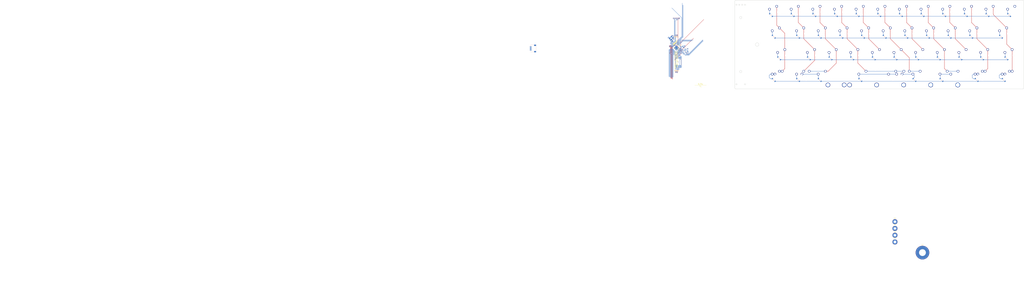
<source format=kicad_pcb>
(kicad_pcb (version 20240108) (generator "pcbnew") (generator_version "8.0")
  (title_block (title "zensai65_UNI_i5") (rev "v6") (company "shoonie"))
  (layers (0 "F.Cu" signal) (31 "B.Cu" signal) (34 "B.Paste" user) (35 "F.Paste" user) (36 "B.SilkS" user "B.Silkscreen") (37 "F.SilkS" user "F.Silkscreen") (38 "B.Mask" user) (39 "F.Mask" user) (44 "Edge.Cuts" user))
  (net 0 "")
  (net 1 "ROW0")
  (net 2 "Net-(D1-A)")
  (net 3 "Net-(D2-A)")
  (net 4 "Net-(D3-A)")
  (net 5 "Net-(D4-A)")
  (net 6 "Net-(D5-A)")
  (net 7 "Net-(D6-A)")
  (net 8 "Net-(D7-A)")
  (net 9 "Net-(D8-A)")
  (net 10 "Net-(D9-A)")
  (net 11 "Net-(D10-A)")
  (net 12 "Net-(D11-A)")
  (net 13 "Net-(D12-A)")
  (net 14 "Net-(D13-A)")
  (net 15 "Net-(D14-A)")
  (net 16 "Net-(D15-A)")
  (net 17 "ROW1")
  (net 18 "Net-(D17-A)")
  (net 19 "Net-(D18-A)")
  (net 20 "Net-(D19-A)")
  (net 21 "Net-(D20-A)")
  (net 22 "Net-(D21-A)")
  (net 23 "Net-(D22-A)")
  (net 24 "Net-(D23-A)")
  (net 25 "Net-(D24-A)")
  (net 26 "Net-(D25-A)")
  (net 27 "Net-(D26-A)")
  (net 28 "Net-(D27-A)")
  (net 29 "Net-(D28-A)")
  (net 30 "Net-(D29-A)")
  (net 31 "Net-(D31-A)")
  (net 32 "Net-(D32-A)")
  (net 33 "ROW2")
  (net 34 "Net-(D33-A)")
  (net 35 "Net-(D35-A)")
  (net 36 "Net-(D16-A)")
  (net 37 "Net-(D37-A)")
  (net 38 "Net-(D30-A)")
  (net 39 "Net-(D39-A)")
  (net 40 "Net-(D40-A)")
  (net 41 "Net-(D34-A)")
  (net 42 "Net-(D47-A)")
  (net 43 "unconnected-(U1-GPIO15-Pad18)")
  (net 44 "Net-(D44-A)")
  (net 45 "Net-(D45-A)")
  (net 46 "unconnected-(U1-GPIO14-Pad17)")
  (net 47 "unconnected-(U1-GPIO3-Pad5)")
  (net 48 "ROW3")
  (net 49 "Net-(D49-A)")
  (net 50 "unconnected-(U1-GPIO11-Pad14)")
  (net 51 "unconnected-(U1-GPIO17-Pad28)")
  (net 52 "unconnected-(U1-GPIO16-Pad27)")
  (net 53 "unconnected-(U1-GPIO10-Pad13)")
  (net 54 "unconnected-(U1-GPIO4-Pad6)")
  (net 55 "unconnected-(U1-GPIO1-Pad3)")
  (net 56 "unconnected-(U1-GPIO20-Pad31)")
  (net 57 "unconnected-(U1-GPIO18-Pad29)")
  (net 58 "unconnected-(U1-GPIO12-Pad15)")
  (net 59 "unconnected-(U1-GPIO22-Pad34)")
  (net 60 "unconnected-(U1-GPIO0-Pad2)")
  (net 61 "unconnected-(U1-GPIO8-Pad11)")
  (net 62 "unconnected-(U1-GPIO23-Pad35)")
  (net 63 "unconnected-(U1-GPIO2-Pad4)")
  (net 64 "unconnected-(U1-GPIO5-Pad7)")
  (net 65 "GND")
  (net 66 "COL0")
  (net 67 "COL1")
  (net 68 "COL2")
  (net 69 "COL3")
  (net 70 "COL4")
  (net 71 "COL5")
  (net 72 "COL6")
  (net 73 "COL7")
  (net 74 "COL8")
  (net 75 "COL9")
  (net 76 "COL10")
  (net 77 "COL11")
  (net 78 "unconnected-(U1-GPIO19-Pad30)")
  (net 79 "unconnected-(U1-GPIO21-Pad32)")
  (net 80 "unconnected-(U1-GPIO9-Pad12)")
  (net 81 "unconnected-(U1-GPIO6-Pad8)")
  (net 82 "unconnected-(U1-GPIO7-Pad9)")
  (net 83 "unconnected-(U1-GPIO13-Pad16)")
  (net 84 "+5V")
  (net 85 "+3V3")
  (net 86 "+1V1")
  (net 87 "XIN")
  (net 88 "Net-(C11-Pad2)")
  (net 89 "D+")
  (net 90 "D-")
  (net 91 "SWCLK")
  (net 92 "SWD")
  (net 93 "RESET")
  (net 94 "XOUT")
  (net 95 "Net-(R7-Pad1)")
  (net 96 "QSPI_SS")
  (net 97 "Net-(R8-Pad2)")
  (net 102 "QSPI_SD3")
  (net 103 "QSPI_SCLK")
  (net 104 "QSPI_SD0")
  (net 105 "QSPI_SD2")
  (net 106 "QSPI_SD1")
  (net 107 "Net-(U1-USB_DP)")
  (net 108 "Net-(U1-USB_DM)")
  (footprint "PCM_marbastlib-mx:SW_MX_1u" (layer "F.Cu") (at 71.4375 38.1)
    (property "Reference" "SW27" (hide yes))
    (property "Value" "MX_SW_solder")
  )
  (footprint "MountingHole:MountingHole_2.2mm_M2_Pad" (layer "F.Cu") (at 106.5835 184.504)
    (property "Reference" "H1")
    (property "Value" "MountingHole_Pad")
  )
  (footprint "MountingHole:MountingHole_2.2mm_M2_Pad" (layer "F.Cu") (at 106.5835 196.404)
    (property "Reference" "H3")
    (property "Value" "MountingHole_Pad")
  )
  (footprint "PCM_marbastlib-mx:SW_MX_1u" (layer "F.Cu") (at 157.1625 19.05)
    (property "Reference" "SW21" (hide yes))
    (property "Value" "MX_SW_solder")
  )
  (footprint "MountingHole:MountingHole_2.2mm_M2_Pad" (layer "F.Cu") (at 106.5835 202.354)
    (property "Reference" "H4")
    (property "Value" "MountingHole_Pad")
  )
  (footprint "PCM_marbastlib-mx:SW_MX_1u" (layer "F.Cu") (at 19.05 0)
    (property "Reference" "SW2" (hide yes))
    (property "Value" "MX_SW_solder")
  )
  (footprint "PCM_marbastlib-mx:SW_MX_1u" (layer "F.Cu") (at 7.14375 38.1)
    (property "Reference" "SW24" (hide yes))
    (property "Value" "MX_SW_solder")
  )
  (footprint "PCM_marbastlib-mx:STAB_MX_P_2u" (layer "F.Cu") (at 150.01875 57.15 180)
    (property "Reference" "S45" (hide yes))
    (property "Value" "MX_stab")
  )
  (footprint "PCM_marbastlib-mx:SW_MX_1u" (layer "F.Cu") (at 119.0625 19.05)
    (property "Reference" "SW19" (hide yes))
    (property "Value" "MX_SW_solder")
  )
  (footprint "PCM_marbastlib-mx:SW_MX_1u" (layer "F.Cu") (at 23.8125 19.05)
    (property "Reference" "SW14" (hide yes))
    (property "Value" "MX_SW_solder")
  )
  (footprint "PCM_marbastlib-mx:SW_MX_1u" (layer "F.Cu") (at 2.38125 57.15)
    (property "Reference" "SW35" (hide yes))
    (property "Value" "MX_SW_solder")
  )
  (footprint "PCM_marbastlib-mx:SW_MX_1u" (layer "F.Cu") (at 95.25 0)
    (property "Reference" "SW6" (hide yes))
    (property "Value" "MX_SW_solder")
  )
  (footprint "PCM_marbastlib-mx:SW_MX_1u" (layer "F.Cu") (at 171.45 0)
    (property "Reference" "SW10" (hide yes))
    (property "Value" "MX_SW_solder")
  )
  (footprint "Connector_PinHeader_1.27mm:PinHeader_1x02_P1.27mm_Vertical" (layer "F.Cu") (at -85.1512 52.919828 -90)
    (property "Reference" "SW79" (hide yes))
    (property "Value" "SW_BOOTSEL")
  )
  (footprint "PCM_marbastlib-mx:SW_MX_1u" (layer "F.Cu") (at 166.6875 38.1)
    (property "Reference" "SW32" (hide yes))
    (property "Value" "MX_SW_solder")
  )
  (footprint "PCM_marbastlib-mx:SW_MX_1u" (layer "F.Cu") (at 4.7625 57.15)
    (property "Reference" "SW36" (hide yes))
    (property "Value" "MX_SW_solder")
  )
  (footprint "PCM_marbastlib-mx:SW_MX_1u" (layer "F.Cu") (at 150.01875 57.15)
    (property "Reference" "SW45" (hide yes))
    (property "Value" "MX_SW_solder")
  )
  (footprint "PCM_marbastlib-mx:SW_MX_1u" (layer "F.Cu") (at 207.16875 38.1)
    (property "Reference" "SW34" (hide yes))
    (property "Value" "MX_SW_solder")
  )
  (footprint "PCM_marbastlib-mx:STAB_MX_P_2u" (layer "F.Cu") (at 78.58125 57.15 180)
    (property "Reference" "S40" (hide yes))
    (property "Value" "MX_stab")
  )
  (footprint "MountingHole:MountingHole_6mm_Pad" (layer "F.Cu") (at 130.81 211.709)
    (property "Reference" "H7")
    (property "Value" "MountingHole_Pad")
  )
  (footprint "PCM_marbastlib-mx:SW_MX_1u" (layer "F.Cu") (at 209.55 0)
    (property "Reference" "SW12" (hide yes))
    (property "Value" "MX_SW_solder")
  )
  (footprint "PCM_marbastlib-mx:SW_MX_1u" (layer "F.Cu") (at 23.8125 57.15)
    (property "Reference" "SW37" (hide yes))
    (property "Value" "MX_SW_solder")
  )
  (footprint "PCM_marbastlib-mx:SW_MX_1u" (layer "F.Cu") (at 61.9125 19.05)
    (property "Reference" "SW16" (hide yes))
    (property "Value" "MX_SW_solder")
  )
  (footprint "PCM_marbastlib-mx:SW_MX_1u" (layer "F.Cu") (at 28.575 57.15)
    (property "Reference" "SW38" (hide yes))
    (property "Value" "MX_SW_solder")
  )
  (footprint "PCM_marbastlib-mx:SW_MX_1u" (layer "F.Cu") (at 76.2 0)
    (property "Reference" "SW5" (hide yes))
    (property "Value" "MX_SW_solder")
  )
  (footprint "PCM_marbastlib-mx:SW_MX_1u" (layer "F.Cu") (at 147.6375 38.1)
    (property "Reference" "SW31" (hide yes))
    (property "Value" "MX_SW_solder")
  )
  (footprint "PCM_marbastlib-mx:SW_MX_1u" (layer "F.Cu") (at 116.68125 57.15)
    (property "Reference" "SW43" (hide yes))
    (property "Value" "MX_SW_solder")
  )
  (footprint "PCM_marbastlib-mx:SW_MX_1u" (layer "F.Cu") (at 133.35 0)
    (property "Reference" "SW8" (hide yes))
    (property "Value" "MX_SW_solder")
  )
  (footprint "PCM_marbastlib-mx:SW_MX_1u" (layer "F.Cu") (at 104.775 57.15)
    (property "Reference" "SW41" (hide yes))
    (property "Value" "MX_SW_solder")
  )
  (footprint "PCM_marbastlib-mx:SW_MX_1u" (layer "F.Cu") (at 100.0125 19.05)
    (property "Reference" "SW18" (hide yes))
    (property "Value" "MX_SW_solder")
  )
  (footprint "PCM_marbastlib-mx:SW_MX_1u" (layer "F.Cu") (at 114.3 0)
    (property "Reference" "SW7" (hide yes))
    (property "Value" "MX_SW_solder")
  )
  (footprint "shoonies_parts:info" (layer "F.Cu") (at -85.928199 34.377828 -90)
    (property "Reference" "H5" (hide yes))
    (property "Value" "info")
  )
  (footprint "PCM_marbastlib-mx:SW_MX_1u" (layer "F.Cu") (at 90.4875 38.1)
    (property "Reference" "SW28" (hide yes))
    (property "Value" "MX_SW_solder")
  )
  (footprint "PCM_marbastlib-mx:STAB_MX_P_6.25u" (layer "F.Cu") (at 111.91875 57.15 180)
    (property "Reference" "S42" (hide yes))
    (property "Value" "MX_stab")
  )
  (footprint "PCM_marbastlib-mx:SW_MX_1u" (layer "F.Cu") (at 128.5875 38.1)
    (property "Reference" "SW30" (hide yes))
    (property "Value" "MX_SW_solder")
  )
  (footprint "PCM_marbastlib-mx:SW_MX_1u" (layer "F.Cu") (at 185.7375 38.1)
    (property "Reference" "SW33" (hide yes))
    (property "Value" "MX_SW_solder")
  )
  (footprint "PCM_marbastlib-mx:SW_MX_1u" (layer "F.Cu") (at 152.4 0)
    (property "Reference" "SW9" (hide yes))
    (property "Value" "MX_SW_solder")
  )
  (footprint "PCM_marbastlib-mx:SW_MX_1u" (layer "F.Cu") (at 183.35625 57.15)
    (property "Reference" "SW48" (hide yes))
    (property "Value" "MX_SW_solder")
  )
  (footprint "PCM_marbastlib-mx:SW_MX_1u" (layer "F.Cu") (at 207.16875 57.15)
    (property "Reference" "SW50" (hide yes))
    (property "Value" "MX_SW_solder")
  )
  (footprint "PCM_marbastlib-mx:SW_MX_1u" (layer "F.Cu") (at 126.20625 57.15)
    (property "Reference" "SW44" (hide yes))
    (property "Value" "MX_SW_solder")
  )
  (footprint "PCM_marbastlib-mx:SW_MX_1u" (layer "F.Cu") (at 0 0)
    (property "Reference" "SW1" (hide yes))
    (property "Value" "MX_SW_solder")
  )
  (footprint "shoonies_parts:bottom_row_guide" (layer "F.Cu") (at -64.516 64.3636)
    (property "Reference" "H6" (hide yes))
    (property "Value" "bottom row guide")
  )
  (footprint "PCM_marbastlib-mx:SW_MX_1u" (layer "F.Cu") (at 57.15 0)
    (property "Reference" "SW4" (hide yes))
    (property "Value" "MX_SW_solder")
  )
  (footprint "PCM_marbastlib-mx:SW_MX_1u" (layer "F.Cu") (at 190.5 0)
    (property "Reference" "SW11" (hide yes))
    (property "Value" "MX_SW_solder")
  )
  (footprint "PCM_marbastlib-mx:SW_MX_1u" (layer "F.Cu") (at 111.91875 57.15)
    (property "Reference" "SW42" (hide yes))
    (property "Value" "MX_SW_solder")
  )
  (footprint "PCM_marbastlib-mx:SW_MX_1u" (layer "F.Cu") (at 52.3875 38.1)
    (property "Reference" "SW26" (hide yes))
    (property "Value" "MX_SW_solder")
  )
  (footprint "PCM_marbastlib-mx:SW_MX_1u" (layer "F.Cu") (at 80.9625 19.05)
    (property "Reference" "SW17" (hide yes))
    (property "Value" "MX_SW_solder")
  )
  (footprint "PCM_marbastlib-mx:SW_MX_1u" (layer "F.Cu") (at 38.1 0)
    (property "Reference" "SW3" (hide yes))
    (property "Value" "MX_SW_solder")
  )
  (footprint "PCM_marbastlib-mx:SW_MX_1u" (layer "F.Cu") (at 2.38125 19.05)
    (property "Reference" "SW13" (hide yes))
    (property "Value" "MX_SW_solder")
  )
  (footprint "PCM_marbastlib-mx:SW_MX_1u" (layer "F.Cu") (at 180.975 57.15)
    (property "Reference" "SW47" (hide yes))
    (property "Value" "MX_SW_solder")
  )
  (footprint "Connector_PinHeader_1.27mm:PinHeader_1x02_P1.27mm_Vertical" (layer "F.Cu") (at -85.1512 20.433228 -90)
    (property "Reference" "SW78" (hide yes))
    (property "Value" "SW_RESET")
  )
  (footprint "PCM_marbastlib-mx:SW_MX_1u" (layer "F.Cu") (at 176.2125 19.05)
    (property "Reference" "SW22" (hide yes))
    (property "Value" "MX_SW_solder")
  )
  (footprint "MountingHole:MountingHole_2.2mm_M2_Pad" (layer "F.Cu") (at 106.5835 190.454)
    (property "Reference" "H2")
    (property "Value" "MountingHole_Pad")
  )
  (footprint "PCM_marbastlib-mx:SW_MX_1u" (layer "F.Cu") (at 159.54375 57.15)
    (property "Reference" "SW46" (hide yes))
    (property "Value" "MX_SW_solder")
  )
  (footprint "PCM_marbastlib-mx:STAB_MX_P_7u" (layer "F.Cu") (at 104.775 57.15 180)
    (property "Reference" "S41" (hide yes))
    (property "Value" "MX_stab")
  )
  (footprint "PCM_marbastlib-mx:SW_MX_1u" (layer "F.Cu") (at 109.5375 38.1)
    (property "Reference" "SW29" (hide yes))
    (property "Value" "MX_SW_solder")
  )
  (footprint "PCM_marbastlib-mx:SW_MX_1u" (layer "F.Cu") (at 42.8625 19.05)
    (property "Reference" "SW15" (hide yes))
    (property "Value" "MX_SW_solder")
  )
  (footprint "PCM_marbastlib-mx:SW_MX_1u" (layer "F.Cu") (at 202.40625 19.05)
    (property "Reference" "SW23" (hide yes))
    (property "Value" "MX_SW_solder")
  )
  (footprint "PCM_marbastlib-mx:SW_MX_1u" (layer "F.Cu") (at 78.58125 57.15)
    (property "Reference" "SW40" (hide yes))
    (property "Value" "MX_SW_solder")
  )
  (footprint "PCM_marbastlib-mx:STAB_MX_P_2u" (layer "F.Cu") (at 126.20625 57.15 180)
    (property "Reference" "S44" (hide yes))
    (property "Value" "MX_stab")
  )
  (footprint "PCM_marbastlib-mx:SW_MX_1u" (layer "F.Cu") (at 204.7875 57.15)
    (property "Reference" "SW49" (hide yes))
    (property "Value" "MX_SW_solder")
  )
  (footprint "PCM_marbastlib-mx:SW_MX_1u" (layer "F.Cu") (at 33.3375 38.1)
    (property "Reference" "SW25" (hide yes))
    (property "Value" "MX_SW_solder")
  )
  (footprint "PCM_marbastlib-mx:SW_MX_1u" (layer "F.Cu") (at 138.1125 19.05)
    (property "Reference" "SW20" (hide yes))
    (property "Value" "MX_SW_solder")
  )
  (footprint "PCM_marbastlib-mx:SW_MX_1u" (layer "F.Cu") (at 42.8625 57.15)
    (property "Reference" "SW39" (hide yes))
    (property "Value" "MX_SW_solder")
  )
  (footprint "shoonies_parts:D_SOD-123_CLEAN" (layer "B.Cu") (at 49.8475 40.64 -45)
    (property "Reference" "D26" (hide yes))
    (property "Value" "D_Small")
  )
  (footprint "Resistor_SMD:R_0402_1005Metric" (layer "B.Cu") (at -79.268374 35.729053 135)
    (property "Reference" "R5" (hide yes))
    (property "Value" "27")
  )
  (footprint "shoonies_parts:D_SOD-123_CLEAN" (layer "B.Cu") (at 147.47875 59.69 -45)
    (property "Reference" "D45" (hide yes))
    (property "Value" "D_Small")
  )
  (footprint "Package_SO:SOIC-8_5.23x5.23mm_P1.27mm" (layer "B.Cu") (at -84.150199 43.902829 -90)
    (property "Reference" "U4" (hide yes))
    (property "Value" "W25Q128JVS")
  )
  (footprint "Capacitor_SMD:C_0402_1005Metric" (layer "B.Cu") (at -76.835 35.546228)
    (property "Reference" "C1" (hide yes))
    (property "Value" "1u")
  )
  (footprint "Capacitor_SMD:C_0402_1005Metric" (layer "B.Cu") (at -86.0298 38.340228 -90)
    (property "Reference" "C15" (hide yes))
    (property "Value" "100n")
  )
  (footprint "shoonies_parts:D_SOD-123_CLEAN" (layer "B.Cu") (at -0.15875 59.69 -45)
    (property "Reference" "D35" (hide yes))
    (property "Value" "D_Small")
  )
  (footprint "shoonies_parts:D_SOD-123_CLEAN" (layer "B.Cu") (at 35.56 2.54 -45)
    (property "Reference" "D3" (hide yes))
    (property "Value" "D_Small")
  )
  (footprint "shoonies_parts:D_SOD-123_CLEAN" (layer "B.Cu") (at 40.3225 59.69 -45)
    (property "Reference" "D39" (hide yes))
    (property "Value" "D_Small")
  )
  (footprint "Resistor_SMD:R_0402_1005Metric" (layer "B.Cu") (at -85.156199 6.742629)
    (property "Reference" "R3" (hide yes))
    (property "Value" "5.1k")
  )
  (footprint "shoonies_parts:D_SOD-123_CLEAN" (layer "B.Cu") (at 154.6225 21.59 -45)
    (property "Reference" "D21" (hide yes))
    (property "Value" "D_Small")
  )
  (footprint "Capacitor_SMD:C_0402_1005Metric" (layer "B.Cu") (at -82.321398 35.978028 -90)
    (property "Reference" "C5" (hide yes))
    (property "Value" "100n")
  )
  (footprint "shoonies_parts:D_SOD-123_CLEAN" (layer "B.Cu") (at 207.01 2.54 -45)
    (property "Reference" "D12" (hide yes))
    (property "Value" "D_Small")
  )
  (footprint "shoonies_parts:D_SOD-123_CLEAN" (layer "B.Cu") (at 199.86625 21.59 -45)
    (property "Reference" "D23" (hide yes))
    (property "Value" "D_Small")
  )
  (footprint "Resistor_SMD:R_0402_1005Metric" (layer "B.Cu") (at -83.565999 49.694028 90)
    (property "Reference" "R7" (hide yes))
    (property "Value" "1k")
  )
  (footprint "shoonies_parts:D_SOD-123_CLEAN" (layer "B.Cu") (at 173.6725 21.59 -45)
    (property "Reference" "D22" (hide yes))
    (property "Value" "D_Small")
  )
  (footprint "shoonies_parts:D_SOD-123_CLEAN" (layer "B.Cu") (at 40.3225 21.59 -45)
    (property "Reference" "D15" (hide yes))
    (property "Value" "D_Small")
  )
  (footprint "shoonies_parts:D_SOD-123_CLEAN" (layer "B.Cu") (at 21.2725 59.69 -45)
    (property "Reference" "D37" (hide yes))
    (property "Value" "D_Small")
  )
  (footprint "shoonies_parts:D_SOD-123_CLEAN" (layer "B.Cu") (at 87.9475 40.64 -45)
    (property "Reference" "D28" (hide yes))
    (property "Value" "D_Small")
  )
  (footprint "Resistor_SMD:R_0402_1005Metric" (layer "B.Cu") (at -84.531198 49.694028 -90)
    (property "Reference" "R8" (hide yes))
    (property "Value" "5.1k")
  )
  (footprint "shoonies_parts:D_SOD-123_CLEAN" (layer "B.Cu") (at 92.71 2.54 -45)
    (property "Reference" "D6" (hide yes))
    (property "Value" "D_Small")
  )
  (footprint "shoonies_parts:D_SOD-123_CLEAN" (layer "B.Cu") (at 183.1975 40.64 -45)
    (property "Reference" "D33" (hide yes))
    (property "Value" "D_Small")
  )
  (footprint "Capacitor_SMD:C_0402_1005Metric" (layer "B.Cu") (at -80.822799 33.717428 -45)
    (property "Reference" "C4" (hide yes))
    (property "Value" "1u")
  )
  (footprint "shoonies_parts:D_SOD-123_CLEAN" (layer "B.Cu") (at 16.51 2.54 -45)
    (property "Reference" "D2" (hide yes))
    (property "Value" "D_Small")
  )
  (footprint "shoonies_parts:D_SOD-123_CLEAN" (layer "B.Cu") (at 202.2475 59.69 -45)
    (property "Reference" "D49" (hide yes))
    (property "Value" "D_Small")
  )
  (footprint "shoonies_parts:D_SOD-123_CLEAN" (layer "B.Cu") (at 178.435 59.69 -45)
    (property "Reference" "D47" (hide yes))
    (property "Value" "D_Small")
  )
  (footprint "Connector_PinHeader_1.27mm:PinHeader_1x05_P1.27mm_Vertical" (layer "B.Cu") (at -83.2512 5.523428 90)
    (property "Reference" "J3" (hide yes))
    (property "Value" "Conn_01x05")
  )
  (footprint "Connector_JST:JST_SH_SM04B-SRSS-TB_1x04-1MP_P1.00mm_Horizontal" (layer "B.Cu") (at -211.995 32.028 -90)
    (property "Reference" "J1" (hide yes))
    (property "Value" "ZX-SH1.0-4PWT")
  )
  (footprint "Capacitor_SMD:C_0402_1005Metric" (layer "B.Cu") (at -88.4936 21.068228 -45)
    (property "Reference" "C11" (hide yes))
    (property "Value" "22p")
  )
  (footprint "Capacitor_SMD:C_0402_1005Metric" (layer "B.Cu") (at -81.406999 35.978028 -90)
    (property "Reference" "C8" (hide yes))
    (property "Value" "100n")
  )
  (footprint "shoonies_parts:D_SOD-123_CLEAN" (layer "B.Cu") (at -0.15875 21.59 -45)
    (property "Reference" "D13" (hide yes))
    (property "Value" "D_Small")
  )
  (footprint "shoonies_parts:D_SOD-123_CLEAN" (layer "B.Cu") (at 204.62875 40.64 -45)
    (property "Reference" "D34" (hide yes))
    (property "Value" "D_Small")
  )
  (footprint "Capacitor_SMD:C_0402_1005Metric" (layer "B.Cu") (at -86.436199 49.668628 -90)
    (property "Reference" "C12" (hide yes))
    (property "Value" "1u")
  )
  (footprint "shoonies_parts:D_SOD-123_CLEAN" (layer "B.Cu") (at 149.86 2.54 -45)
    (property "Reference" "D9" (hide yes))
    (property "Value" "D_Small")
  )
  (footprint "Capacitor_SMD:C_0402_1005Metric" (layer "B.Cu") (at -80.213199 30.009028 45)
    (property "Reference" "C6" (hide yes))
    (property "Value" "1u")
  )
  (footprint "shoonies_parts:D_SOD-123_CLEAN" (layer "B.Cu") (at 30.7975 40.64 -45)
    (property "Reference" "D25" (hide yes))
    (property "Value" "D_Small")
  )
  (footprint "Capacitor_SMD:C_0402_1005Metric" (layer "B.Cu") (at -89.814398 26.427629 90)
    (property "Reference" "C14" (hide yes))
    (property "Value" "100n")
  )
  (footprint "shoonies_parts:D_SOD-123_CLEAN" (layer "B.Cu") (at 97.4725 21.59 -45)
    (property "Reference" "D18" (hide yes))
    (property "Value" "D_Small")
  )
  (footprint "shoonies_parts:D_SOD-123_CLEAN" (layer "B.Cu") (at 68.8975 40.64 -45)
    (property "Reference" "D27" (hide yes))
    (property "Value" "D_Small")
  )
  (footprint "Resistor_SMD:R_0402_1005Metric" (layer "B.Cu") (at -79.954175 36.414852 135)
    (property "Reference" "R4" (hide yes))
    (property "Value" "27")
  )
  (footprint "shoonies_parts:D_SOD-123_CLEAN" (layer "B.Cu") (at -2.54 2.54 -45)
    (property "Reference" "D1" (hide yes))
    (property "Value" "D_Small")
  )
  (footprint "Package_TO_SOT_SMD:SOT-23-3" (layer "B.Cu") (at -77.063599 33.361828 180)
    (property "Reference" "U2" (hide yes))
    (property "Value" "XC6206PxxxMR")
  )
  (footprint "shoonies_parts:D_SOD-123_CLEAN" (layer "B.Cu") (at 21.2725 21.59 -45)
    (property "Reference" "D14" (hide yes))
    (property "Value" "D_Small")
  )
  (footprint "Crystal:Crystal_SMD_3225-4Pin_3.2x2.5mm" (layer "B.Cu") (at -90.246199 22.947828 -135)
    (property "Reference" "Y1" (hide yes))
    (property "Value" "Crystal_GND24")
  )
  (footprint "Package_DFN_QFN:QFN-56-1EP_7x7mm_P0.4mm_EP3.2x3.2mm" (layer "B.Cu") (at -85.8012 31.583829 45)
    (property "Reference" "U1" (hide yes))
    (property "Value" "RP2040")
  )
  (footprint "shoonies_parts:D_SOD-123_CLEAN" (layer "B.Cu") (at 78.4225 21.59 -45)
    (property "Reference" "D17" (hide yes))
    (property "Value" "D_Small")
  )
  (footprint "Capacitor_SMD:C_0402_1005Metric" (layer "B.Cu") (at -88.874599 26.808627 90)
    (property "Reference" "C13" (hide yes))
    (property "Value" "100n")
  )
  (footprint "shoonies_parts:D_SOD-123_CLEAN" (layer "B.Cu") (at 54.61 2.54 -45)
    (property "Reference" "D4" (hide yes))
    (property "Value" "D_Small")
  )
  (footprint "Capacitor_SMD:C_0603_1608Metric" (layer "B.Cu") (at -78.968599 30.466228 45)
    (property "Reference" "C3" (hide yes))
    (property "Value" "10u")
  )
  (footprint "Capacitor_SMD:C_0402_1005Metric" (layer "B.Cu") (at -80.1624 33.057027 -45)
    (property "Reference" "C7" (hide yes))
    (property "Value" "100n")
  )
  (footprint "shoonies_parts:D_SOD-123_CLEAN" (layer "B.Cu") (at 76.04125 59.69 -45)
    (property "Reference" "D40" (hide yes))
    (property "Value" "D_Small")
  )
  (footprint "Capacitor_SMD:C_0402_1005Metric" (layer "B.Cu") (at -92.6846 22.312829 -135)
    (property "Reference" "C10" (hide yes))
    (property "Value" "22p")
  )
  (footprint "shoonies_parts:D_SOD-123_CLEAN" (layer "B.Cu") (at 116.5225 21.59 -45)
    (property "Reference" "D19" (hide yes))
    (property "Value" "D_Small")
  )
  (footprint "shoonies_parts:D_SOD-123_CLEAN" (layer "B.Cu") (at 126.0475 40.64 -45)
    (property "Reference" "D30" (hide yes))
    (property "Value" "D_Small")
  )
  (footprint "shoonies_parts:D_SOD-123_CLEAN" (layer "B.Cu") (at 4.60375 40.64 -45)
    (property "Reference" "D24" (hide yes))
    (property "Value" "D_Small")
  )
  (footprint "shoonies_parts:D_SOD-123_CLEAN" (layer "B.Cu") (at 164.1475 40.64 -45)
    (property "Reference" "D32" (hide yes))
    (property "Value" "D_Small")
  )
  (footprint "shoonies_parts:D_SOD-123_CLEAN" (layer "B.Cu") (at 73.66 2.54 -45)
    (property "Reference" "D5" (hide yes))
    (property "Value" "D_Small")
  )
  (footprint "shoonies_parts:D_SOD-123_CLEAN" (layer "B.Cu") (at 106.9975 40.64 -45)
    (property "Reference" "D29" (hide yes))
    (property "Value" "D_Small")
  )
  (footprint "Capacitor_SMD:C_0402_1005Metric" (layer "B.Cu") (at -90.474799 34.708029 -90)
    (property "Reference" "C16" (hide yes))
    (property "Value" "100n")
  )
  (footprint "shoonies_parts:D_SOD-123_CLEAN" (layer "B.Cu") (at 145.0975 40.64 -45)
    (property "Reference" "D31" (hide yes))
    (property "Value" "D_Small")
  )
  (footprint "shoonies_parts:D_SOD-123_CLEAN" (layer "B.Cu") (at 59.3725 21.59 -45)
    (property "Reference" "D16" (hide yes))
    (property "Value" "D_Small")
  )
  (footprint "Capacitor_SMD:C_0402_1005Metric" (layer "B.Cu") (at -82.727799 26.757827 45)
    (property "Reference" "C9" (hide yes))
    (property "Value" "100n")
  )
  (footprint "Capacitor_SMD:C_0402_1005Metric" (layer "B.Cu") (at -75.463399 35.978028 -90)
    (property "Reference" "C2" (hide yes))
    (property "Value" "1u")
  )
  (footprint "shoonies_parts:D_SOD-123_CLEAN" (layer "B.Cu") (at 111.76 2.54 -45)
    (property "Reference" "D7" (hide yes))
    (property "Value" "D_Small")
  )
  (footprint "shoonies_parts:D_SOD-123_CLEAN" (layer "B.Cu") (at 168.91 2.54 -45)
    (property "Reference" "D10" (hide yes))
    (property "Value" "D_Small")
  )
  (footprint "shoonies_parts:D_SOD-123_CLEAN" (layer "B.Cu") (at 187.96 2.54 -45)
    (property "Reference" "D11" (hide yes))
    (property "Value" "D_Small")
  )
  (footprint "Resistor_SMD:R_0402_1005Metric" (layer "B.Cu") (at -88.4936 24.268629 -135)
    (property "Reference" "R6" (hide yes))
    (property "Value" "1k")
  )
  (footprint "shoonies_parts:D_SOD-123_CLEAN" (layer "B.Cu") (at 123.66625 59.69 -45)
    (property "Reference" "D44" (hide yes))
    (property "Value" "D_Small")
  )
  (footprint "shoonies_parts:D_SOD-123_CLEAN" (layer "B.Cu") (at 130.81 2.54 -45)
    (property "Reference" "D8" (hide yes))
    (property "Value" "D_Small")
  )
  (footprint "Resistor_SMD:R_0402_1005Metric" (layer "B.Cu") (at -85.496399 49.694028 90)
    (property "Reference" "R9" (hide yes))
    (property "Value" "5.1k")
  )
  (footprint "shoonies_parts:D_SOD-123_CLEAN" (layer "B.Cu") (at 135.5725 21.59 -45)
    (property "Reference" "D20" (hide yes))
    (property "Value" "D_Small")
  )
  (gr_arc (start -33.337495 67.674996) (mid -34.044603 67.382102) (end -34.337494 66.674994) (stroke (width 0.2)) (layer "Edge.Cuts"))
  (gr_line (start 219.075 -10.525005) (end -33.337495 -10.525004) (stroke (width 0.2)) (layer "Edge.Cuts"))
  (gr_arc (start 219.075 -10.525005) (mid 219.78211 -10.23211) (end 220.075002 -9.525) (stroke (width 0.2)) (layer "Edge.Cuts"))
  (gr_circle (center -32.899993 63.574995) (end -33.449995 63.574996) (stroke (width 0.2)) (fill none) (layer "Edge.Cuts"))
  (gr_line (start -33.337495 67.674996) (end 219.075001 67.674995) (stroke (width 0.2)) (layer "Edge.Cuts"))
  (gr_circle (center -30.399994 -6.425005) (end -30.949995 -6.425005) (stroke (width 0.2)) (fill none) (layer "Edge.Cuts"))
  (gr_circle (center -25.399993 63.574995) (end -25.949994 63.574996) (stroke (width 0.2)) (fill none) (layer "Edge.Cuts"))
  (gr_circle (center -14.674994 28.574996) (end -16.224994 28.574996) (stroke (width 0.2)) (fill none) (layer "Edge.Cuts"))
  (gr_circle (center -29.149994 52.324997) (end -30.149994 52.324996) (stroke (width 0.2)) (fill none) (layer "Edge.Cuts"))
  (gr_arc (start 220.075003 66.674993) (mid 219.782109 67.382102) (end 219.075001 67.674995) (stroke (width 0.2)) (layer "Edge.Cuts"))
  (gr_circle (center -29.149994 4.824997) (end -30.149994 4.824996) (stroke (width 0.2)) (fill none) (layer "Edge.Cuts"))
  (gr_circle (center -25.399994 -6.425005) (end -25.949994 -6.425005) (stroke (width 0.2)) (fill none) (layer "Edge.Cuts"))
  (gr_line (start 220.075003 66.674993) (end 220.075002 -9.525) (stroke (width 0.2)) (layer "Edge.Cuts"))
  (gr_circle (center -27.899994 -6.425005) (end -28.449994 -6.425005) (stroke (width 0.2)) (fill none) (layer "Edge.Cuts"))
  (gr_arc (start -34.337494 -9.525006) (mid -34.044601 -10.232111) (end -33.337495 -10.525006) (stroke (width 0.2)) (layer "Edge.Cuts"))
  (gr_line (start -33.337495 -10.525006) (end -33.337495 -10.525004) (stroke (width 0.2)) (layer "Edge.Cuts"))
  (gr_line (start -34.337494 -9.525006) (end -34.337494 66.674994) (stroke (width 0.2)) (layer "Edge.Cuts"))
  (gr_circle (center -32.899994 -6.425005) (end -33.449995 -6.425005) (stroke (width 0.2)) (fill none) (layer "Edge.Cuts"))
  (gr_text "BOOT" (at -85.679999 52.259428 0) (layer "B.SilkS") (effects (font (size 1 1)) (justify bottom mirror)))
  (gr_text "REST" (at -85.8142 22.393699 0) (layer "B.SilkS") (effects (font (size 1 1)) (justify bottom mirror)))
  (gr_text "BOOT" (at -85.679999 52.259428 0) (layer "F.SilkS") (effects (font (size 1 1)) (justify bottom)))
  (gr_text "REST" (at -85.8142 22.393699 0) (layer "F.SilkS") (effects (font (size 1 1)) (justify bottom)))
  (segment (start 170.147437 3.777437) (end 151.097437 3.777437) (width 0.25) (layer "B.Cu") (net 1))
  (segment (start 208.247437 3.777437) (end 189.197437 3.777437) (width 0.25) (layer "B.Cu") (net 1))
  (segment (start 93.947437 3.777437) (end 74.897437 3.777437) (width 0.25) (layer "B.Cu") (net 1))
  (segment (start 132.047437 3.777437) (end 151.097437 3.777437) (width 0.25) (layer "B.Cu") (net 1))
  (segment (start 170.147437 3.777437) (end 189.197437 3.777437) (width 0.25) (layer "B.Cu") (net 1))
  (segment (start 17.747437 3.777437) (end 36.797437 3.777437) (width 0.25) (layer "B.Cu") (net 1))
  (segment (start 93.947437 3.777437) (end 112.997437 3.777437) (width 0.25) (layer "B.Cu") (net 1))
  (segment (start 55.847437 3.777437) (end 74.897437 3.777437) (width 0.25) (layer "B.Cu") (net 1))
  (segment (start 132.047437 3.777437) (end 112.997437 3.777437) (width 0.25) (layer "B.Cu") (net 1))
  (segment (start 55.847437 3.777437) (end 36.797437 3.777437) (width 0.25) (layer "B.Cu") (net 1))
  (segment (start 17.747437 3.777437) (end -1.302563 3.777437) (width 0.25) (layer "B.Cu") (net 1))
  (segment (start -3.636016 1.443984) (end -3.636016 -2.366016) (width 0.25) (layer "B.Cu") (net 2))
  (segment (start -3.636016 -2.366016) (end -3.81 -2.54) (width 0.25) (layer "B.Cu") (net 2))
  (segment (start 15.413984 1.443984) (end 15.413984 -2.366016) (width 0.25) (layer "B.Cu") (net 3))
  (segment (start 15.413984 -2.366016) (end 15.24 -2.54) (width 0.25) (layer "B.Cu") (net 3))
  (segment (start 34.463984 1.443984) (end 34.463984 -2.366016) (width 0.25) (layer "B.Cu") (net 4))
  (segment (start 34.463984 -2.366016) (end 34.29 -2.54) (width 0.25) (layer "B.Cu") (net 4))
  (segment (start 53.513984 1.443984) (end 53.513984 -2.366016) (width 0.25) (layer "B.Cu") (net 5))
  (segment (start 53.513984 -2.366016) (end 53.34 -2.54) (width 0.25) (layer "B.Cu") (net 5))
  (segment (start 72.563984 1.443984) (end 72.563984 -2.366016) (width 0.25) (layer "B.Cu") (net 6))
  (segment (start 72.563984 -2.366016) (end 72.39 -2.54) (width 0.25) (layer "B.Cu") (net 6))
  (segment (start 91.613984 -2.366016) (end 91.44 -2.54) (width 0.25) (layer "B.Cu") (net 7))
  (segment (start 91.613984 1.443984) (end 91.613984 -2.366016) (width 0.25) (layer "B.Cu") (net 7))
  (segment (start 110.663984 -2.366016) (end 110.49 -2.54) (width 0.25) (layer "B.Cu") (net 8))
  (segment (start 110.663984 1.443984) (end 110.663984 -2.366016) (width 0.25) (layer "B.Cu") (net 8))
  (segment (start 129.713984 -2.366016) (end 129.54 -2.54) (width 0.25) (layer "B.Cu") (net 9))
  (segment (start 129.713984 1.443984) (end 129.713984 -2.366016) (width 0.25) (layer "B.Cu") (net 9))
  (segment (start 148.763984 1.443984) (end 148.763984 -2.366016) (width 0.25) (layer "B.Cu") (net 10))
  (segment (start 148.763984 -2.366016) (end 148.59 -2.54) (width 0.25) (layer "B.Cu") (net 10))
  (segment (start 167.813984 -2.366016) (end 167.64 -2.54) (width 0.25) (layer "B.Cu") (net 11))
  (segment (start 167.813984 1.443984) (end 167.813984 -2.366016) (width 0.25) (layer "B.Cu") (net 11))
  (segment (start 186.863984 -2.366016) (end 186.69 -2.54) (width 0.25) (layer "B.Cu") (net 12))
  (segment (start 186.863984 1.443984) (end 186.863984 -2.366016) (width 0.25) (layer "B.Cu") (net 12))
  (segment (start 205.913984 -2.366016) (end 205.74 -2.54) (width 0.25) (layer "B.Cu") (net 13))
  (segment (start 205.913984 1.443984) (end 205.913984 -2.366016) (width 0.25) (layer "B.Cu") (net 13))
  (segment (start -1.254766 20.493984) (end -1.254766 16.683984) (width 0.25) (layer "B.Cu") (net 14))
  (segment (start -1.254766 16.683984) (end -1.42875 16.51) (width 0.25) (layer "B.Cu") (net 14))
  (segment (start 20.176484 16.683984) (end 20.0025 16.51) (width 0.25) (layer "B.Cu") (net 15))
  (segment (start 20.176484 20.493984) (end 20.176484 16.683984) (width 0.25) (layer "B.Cu") (net 15))
  (segment (start 39.226484 16.683984) (end 39.0525 16.51) (width 0.25) (layer "B.Cu") (net 16))
  (segment (start 39.226484 20.493984) (end 39.226484 16.683984) (width 0.25) (layer "B.Cu") (net 16))
  (segment (start 201.103687 22.827437) (end 174.909937 22.827437) (width 0.25) (layer "B.Cu") (net 17))
  (segment (start 98.709937 22.827437) (end 79.659937 22.827437) (width 0.25) (layer "B.Cu") (net 17))
  (segment (start 136.809937 22.827437) (end 117.759937 22.827437) (width 0.25) (layer "B.Cu") (net 17))
  (segment (start 60.609937 22.827437) (end 41.559937 22.827437) (width 0.25) (layer "B.Cu") (net 17))
  (segment (start 98.709937 22.827437) (end 117.759937 22.827437) (width 0.25) (layer "B.Cu") (net 17))
  (segment (start 60.609937 22.827437) (end 79.659937 22.827437) (width 0.25) (layer "B.Cu") (net 17))
  (segment (start 41.559937 22.827437) (end 22.509937 22.827437) (width 0.25) (layer "B.Cu") (net 17))
  (segment (start 1.078687 22.827437) (end 22.509937 22.827437) (width 0.25) (layer "B.Cu") (net 17))
  (segment (start 155.859937 22.827437) (end 174.909937 22.827437) (width 0.25) (layer "B.Cu") (net 17))
  (segment (start 136.809937 22.827437) (end 155.859937 22.827437) (width 0.25) (layer "B.Cu") (net 17))
  (segment (start 77.326484 20.493984) (end 77.326484 16.683984) (width 0.25) (layer "B.Cu") (net 18))
  (segment (start 77.326484 16.683984) (end 77.1525 16.51) (width 0.25) (layer "B.Cu") (net 18))
  (segment (start 96.376484 16.683984) (end 96.2025 16.51) (width 0.25) (layer "B.Cu") (net 19))
  (segment (start 96.376484 20.493984) (end 96.376484 16.683984) (width 0.25) (layer "B.Cu") (net 19))
  (segment (start 115.426484 20.493984) (end 115.426484 16.683984) (width 0.25) (layer "B.Cu") (net 20))
  (segment (start 115.426484 16.683984) (end 115.2525 16.51) (width 0.25) (layer "B.Cu") (net 20))
  (segment (start 134.476484 20.493984) (end 134.476484 16.683984) (width 0.25) (layer "B.Cu") (net 21))
  (segment (start 134.476484 16.683984) (end 134.3025 16.51) (width 0.25) (layer "B.Cu") (net 21))
  (segment (start 153.526484 16.683984) (end 153.3525 16.51) (width 0.25) (layer "B.Cu") (net 22))
  (segment (start 153.526484 20.493984) (end 153.526484 16.683984) (width 0.25) (layer "B.Cu") (net 22))
  (segment (start 172.576484 20.493984) (end 172.576484 16.683984) (width 0.25) (layer "B.Cu") (net 23))
  (segment (start 172.576484 16.683984) (end 172.4025 16.51) (width 0.25) (layer "B.Cu") (net 23))
  (segment (start 198.770234 20.493984) (end 198.770234 16.683984) (width 0.25) (layer "B.Cu") (net 24))
  (segment (start 198.770234 16.683984) (end 198.59625 16.51) (width 0.25) (layer "B.Cu") (net 24))
  (segment (start 3.507734 39.543984) (end 3.507734 35.733984) (width 0.25) (layer "B.Cu") (net 25))
  (segment (start 3.507734 35.733984) (end 3.33375 35.56) (width 0.25) (layer "B.Cu") (net 25))
  (segment (start 29.701484 39.543984) (end 29.701484 35.733984) (width 0.25) (layer "B.Cu") (net 26))
  (segment (start 29.701484 35.733984) (end 29.5275 35.56) (width 0.25) (layer "B.Cu") (net 26))
  (segment (start 48.751484 35.733984) (end 48.5775 35.56) (width 0.25) (layer "B.Cu") (net 27))
  (segment (start 48.751484 39.543984) (end 48.751484 35.733984) (width 0.25) (layer "B.Cu") (net 27))
  (segment (start 67.801484 39.543984) (end 67.801484 35.733984) (width 0.25) (layer "B.Cu") (net 28))
  (segment (start 67.801484 35.733984) (end 67.6275 35.56) (width 0.25) (layer "B.Cu") (net 28))
  (segment (start 86.851484 35.733984) (end 86.6775 35.56) (width 0.25) (layer "B.Cu") (net 29))
  (segment (start 86.851484 39.543984) (end 86.851484 35.733984) (width 0.25) (layer "B.Cu") (net 29))
  (segment (start 105.901484 35.733984) (end 105.7275 35.56) (width 0.25) (layer "B.Cu") (net 30))
  (segment (start 105.901484 39.543984) (end 105.901484 35.733984) (width 0.25) (layer "B.Cu") (net 30))
  (segment (start 144.001484 35.733984) (end 143.8275 35.56) (width 0.25) (layer "B.Cu") (net 31))
  (segment (start 144.001484 39.543984) (end 144.001484 35.733984) (width 0.25) (layer "B.Cu") (net 31))
  (segment (start 163.051484 35.733984) (end 162.8775 35.56) (width 0.25) (layer "B.Cu") (net 32))
  (segment (start 163.051484 39.543984) (end 163.051484 35.733984) (width 0.25) (layer "B.Cu") (net 32))
  (segment (start 32.034937 41.877437) (end 51.084937 41.877437) (width 0.25) (layer "B.Cu") (net 33))
  (segment (start 70.134937 41.877437) (end 89.184937 41.877437) (width 0.25) (layer "B.Cu") (net 33))
  (segment (start 108.234937 41.877437) (end 89.184937 41.877437) (width 0.25) (layer "B.Cu") (net 33))
  (segment (start 184.434937 41.877437) (end 165.384937 41.877437) (width 0.25) (layer "B.Cu") (net 33))
  (segment (start 146.334937 41.877437) (end 165.384937 41.877437) (width 0.25) (layer "B.Cu") (net 33))
  (segment (start 108.234937 41.877437) (end 127.284937 41.877437) (width 0.25) (layer "B.Cu") (net 33))
  (segment (start 184.434937 41.877437) (end 205.866187 41.877437) (width 0.25) (layer "B.Cu") (net 33))
  (segment (start 70.134937 41.877437) (end 51.084937 41.877437) (width 0.25) (layer "B.Cu") (net 33))
  (segment (start 32.034937 41.877437) (end 5.841187 41.877437) (width 0.25) (layer "B.Cu") (net 33))
  (segment (start 146.334937 41.877437) (end 127.284937 41.877437) (width 0.25) (layer "B.Cu") (net 33))
  (segment (start 182.101484 39.543984) (end 182.101484 35.733984) (width 0.25) (layer "B.Cu") (net 34))
  (segment (start 182.101484 35.733984) (end 181.9275 35.56) (width 0.25) (layer "B.Cu") (net 34))
  (segment (start -3.94875 55.503655) (end -3.055095 54.61) (width 0.25) (layer "B.Cu") (net 35))
  (segment (start -3.94875 57.667767) (end -3.94875 55.503655) (width 0.25) (layer "B.Cu") (net 35))
  (segment (start -1.254766 58.593984) (end -3.022533 58.593984) (width 0.25) (layer "B.Cu") (net 35))
  (segment (start -3.022533 58.593984) (end -3.94875 57.667767) (width 0.25) (layer "B.Cu") (net 35))
  (segment (start -1.42875 54.61) (end 0.9525 54.61) (width 0.25) (layer "B.Cu") (net 35))
  (segment (start -3.055095 54.61) (end -1.42875 54.61) (width 0.25) (layer "B.Cu") (net 35))
  (segment (start 58.276484 16.683984) (end 58.1025 16.51) (width 0.25) (layer "B.Cu") (net 36))
  (segment (start 58.276484 20.493984) (end 58.276484 16.683984) (width 0.25) (layer "B.Cu") (net 36))
  (segment (start 20.176484 58.593984) (end 20.176484 54.783984) (width 0.25) (layer "B.Cu") (net 37))
  (segment (start 20.176484 54.783984) (end 20.0025 54.61) (width 0.25) (layer "B.Cu") (net 37))
  (segment (start 124.951484 35.733984) (end 124.7775 35.56) (width 0.25) (layer "B.Cu") (net 38))
  (segment (start 124.951484 39.543984) (end 124.951484 35.733984) (width 0.25) (layer "B.Cu") (net 38))
  (segment (start 39.0525 54.61) (end 24.765 54.61) (width 0.25) (layer "B.Cu") (net 39))
  (segment (start 39.226484 58.593984) (end 39.226484 54.783984) (width 0.25) (layer "B.Cu") (net 39))
  (segment (start 39.226484 54.783984) (end 39.0525 54.61) (width 0.25) (layer "B.Cu") (net 39))
  (segment (start 74.945234 58.593984) (end 74.945234 54.783984) (width 0.25) (layer "B.Cu") (net 40))
  (segment (start 74.945234 54.783984) (end 74.77125 54.61) (width 0.25) (layer "B.Cu") (net 40))
  (segment (start 74.77125 54.61) (end 108.10875 54.61) (width 0.25) (layer "B.Cu") (net 40))
  (segment (start 203.532734 35.733984) (end 203.35875 35.56) (width 0.25) (layer "B.Cu") (net 41))
  (segment (start 203.532734 39.543984) (end 203.532734 35.733984) (width 0.25) (layer "B.Cu") (net 41))
  (segment (start 174.645 57.667767) (end 174.645 55.503655) (width 0.25) (layer "B.Cu") (net 42))
  (segment (start 177.165 54.61) (end 179.54625 54.61) (width 0.25) (layer "B.Cu") (net 42))
  (segment (start 175.571217 58.593984) (end 174.645 57.667767) (width 0.25) (layer "B.Cu") (net 42))
  (segment (start 177.338984 58.593984) (end 175.571217 58.593984) (width 0.25) (layer "B.Cu") (net 42))
  (segment (start 175.538655 54.61) (end 177.165 54.61) (width 0.25) (layer "B.Cu") (net 42))
  (segment (start 174.645 55.503655) (end 175.538655 54.61) (width 0.25) (layer "B.Cu") (net 42))
  (segment (start -90.389404 29.587994) (end -89.579399 30.397999) (width 0.2) (layer "F.Cu") (net 43))
  (segment (start -90.389404 29.186947) (end -90.389404 29.587994) (width 0.2) (layer "F.Cu") (net 43))
  (segment (start -89.579399 30.397999) (end -89.579399 58.850142) (width 0.2) (layer "F.Cu") (net 43))
  (via (at -90.389404 29.186947) (size 0.5) (drill 0.3) (layers "F.Cu" "B.Cu") (net 43))
  (segment (start -90.389404 29.186947) (end -90.177981 29.186947) (width 0.2) (layer "B.Cu") (net 43))
  (segment (start -90.177981 29.186947) (end -89.221828 30.143098) (width 0.2) (layer "B.Cu") (net 43))
  (segment (start 123.54625 57.617968) (end 123.54625 55.76) (width 0.25) (layer "B.Cu") (net 44))
  (segment (start 123.54625 55.76) (end 122.39625 54.61) (width 0.25) (layer "B.Cu") (net 44))
  (segment (start 112.87125 54.61) (end 122.39625 54.61) (width 0.25) (layer "B.Cu") (net 44))
  (segment (start 122.570234 58.593984) (end 123.54625 57.617968) (width 0.25) (layer "B.Cu") (net 44))
  (segment (start 146.382734 58.593984) (end 146.382734 54.783984) (width 0.25) (layer "B.Cu") (net 45))
  (segment (start 146.382734 54.783984) (end 146.20875 54.61) (width 0.25) (layer "B.Cu") (net 45))
  (segment (start 155.73375 54.61) (end 146.20875 54.61) (width 0.25) (layer "B.Cu") (net 45))
  (segment (start -91.085992 29.245668) (end -91.085991 29.457093) (width 0.2) (layer "F.Cu") (net 46))
  (segment (start -89.979399 30.563685) (end -89.979399 58.684456) (width 0.2) (layer "F.Cu") (net 46))
  (segment (start -91.085991 29.457093) (end -89.979399 30.563685) (width 0.2) (layer "F.Cu") (net 46))
  (via (at -91.085992 29.245668) (size 0.5) (drill 0.3) (layers "F.Cu" "B.Cu") (net 46))
  (segment (start -91.085992 29.268179) (end -90.617179 29.736992) (width 0.2) (layer "B.Cu") (net 46))
  (segment (start -90.617179 29.736992) (end -90.193621 29.736992) (width 0.2) (layer "B.Cu") (net 46))
  (segment (start -90.193621 29.736992) (end -89.504671 30.425941) (width 0.2) (layer "B.Cu") (net 46))
  (segment (start -91.085992 29.245668) (end -91.085992 29.268179) (width 0.2) (layer "B.Cu") (net 46))
  (segment (start -87.524772 34.721614) (end -88.266785 35.463628) (width 0.2) (layer "B.Cu") (net 47))
  (segment (start -88.266785 36.850299) (end -89.084798 37.668316) (width 0.2) (layer "B.Cu") (net 47))
  (segment (start -89.084798 37.668316) (end -89.084798 57.357293) (width 0.2) (layer "B.Cu") (net 47))
  (segment (start -88.266785 35.463628) (end -88.266785 36.850299) (width 0.2) (layer "B.Cu") (net 47))
  (segment (start 22.509937 60.927437) (end 1.078687 60.927437) (width 0.25) (layer "B.Cu") (net 48))
  (segment (start 148.716187 60.927437) (end 179.672437 60.927437) (width 0.25) (layer "B.Cu") (net 48))
  (segment (start 148.716187 60.927437) (end 124.903687 60.927437) (width 0.25) (layer "B.Cu") (net 48))
  (segment (start 203.484937 60.927437) (end 179.672437 60.927437) (width 0.25) (layer "B.Cu") (net 48))
  (segment (start 77.278687 60.927437) (end 124.903687 60.927437) (width 0.25) (layer "B.Cu") (net 48))
  (segment (start 77.278687 60.927437) (end 41.559937 60.927437) (width 0.25) (layer "B.Cu") (net 48))
  (segment (start 22.509937 60.927437) (end 41.559937 60.927437) (width 0.25) (layer "B.Cu") (net 48))
  (segment (start 201.151484 58.593984) (end 199.383717 58.593984) (width 0.25) (layer "B.Cu") (net 49))
  (segment (start 199.383717 58.593984) (end 198.4575 57.667767) (width 0.25) (layer "B.Cu") (net 49))
  (segment (start 199.351155 54.61) (end 200.9775 54.61) (width 0.25) (layer "B.Cu") (net 49))
  (segment (start 198.4575 57.667767) (end 198.4575 55.503655) (width 0.25) (layer "B.Cu") (net 49))
  (segment (start 200.9775 54.61) (end 203.35875 54.61) (width 0.25) (layer "B.Cu") (net 49))
  (segment (start 198.4575 55.503655) (end 199.351155 54.61) (width 0.25) (layer "B.Cu") (net 49))
  (segment (start -91.977948 33.103279) (end -91.323198 32.448528) (width 0.2) (layer "B.Cu") (net 50))
  (segment (start -92.2843 33.409631) (end -92.284301 56.842247) (width 0.2) (layer "B.Cu") (net 50))
  (segment (start -91.978654 33.103279) (end -92.2843 33.408926) (width 0.2) (layer "B.Cu") (net 50))
  (segment (start -90.342852 32.448528) (end -90.070356 32.17603) (width 0.2) (layer "B.Cu") (net 50))
  (segment (start -91.323198 32.448528) (end -90.342852 32.448528) (width 0.2) (layer "B.Cu") (net 50))
  (segment (start -91.977948 33.103279) (end -92.2843 33.409631) (width 0.2) (layer "B.Cu") (net 50))
  (segment (start -91.977948 33.103279) (end -91.978654 33.103279) (width 0.2) (layer "B.Cu") (net 50))
  (segment (start -86.393401 27.314671) (end -85.774681 27.314671) (width 0.2) (layer "B.Cu") (net 51))
  (segment (start -85.349638 26.254254) (end -80.7212 21.625816) (width 0.2) (layer "B.Cu") (net 51))
  (segment (start -80.7212 21.625816) (end -80.721199 -7.944922) (width 0.2) (layer "B.Cu") (net 51))
  (segment (start -85.349638 26.889628) (end -85.349638 26.254254) (width 0.2) (layer "B.Cu") (net 51))
  (segment (start -85.774681 27.314671) (end -85.349638 26.889628) (width 0.2) (layer "B.Cu") (net 51))
  (segment (start -86.297511 26.634388) (end -86.297511 27.635964) (width 0.2) (layer "F.Cu") (net 52))
  (segment (start -89.179399 30.517852) (end -89.179399 59.181556) (width 0.2) (layer "F.Cu") (net 52))
  (segment (start -86.297511 27.635964) (end -89.179399 30.517852) (width 0.2) (layer "F.Cu") (net 52))
  (via (at -86.297511 26.634388) (size 0.5) (drill 0.3) (layers "F.Cu" "B.Cu") (net 52))
  (segment (start -87.052761 27.220996) (end -87.05276 26.931048) (width 0.2) (layer "B.Cu") (net 52))
  (segment (start -86.777024 26.655312) (end -86.316382 26.655312) (width 0.2) (layer "B.Cu") (net 52))
  (segment (start -81.1212 5.021827) (end -89.791199 -3.648172) (width 0.2) (layer "B.Cu") (net 52))
  (segment (start -86.316381 26.653259) (end -86.297511 26.634388) (width 0.2) (layer "B.Cu") (net 52))
  (segment (start -87.05276 26.931048) (end -86.777024 26.655312) (width 0.2) (layer "B.Cu") (net 52))
  (segment (start -86.316382 26.655312) (end -81.1212 21.46013) (width 0.2) (layer "B.Cu") (net 52))
  (segment (start -86.676244 27.597514) (end -87.052761 27.220996) (width 0.2) (layer "B.Cu") (net 52))
  (segment (start -81.1212 21.46013) (end -81.1212 5.021827) (width 0.2) (layer "B.Cu") (net 52))
  (segment (start -86.316382 26.655312) (end -86.316381 26.653259) (width 0.2) (layer "B.Cu") (net 52))
  (segment (start -89.787513 32.458873) (end -90.177167 32.848527) (width 0.2) (layer "B.Cu") (net 53))
  (segment (start -91.158217 32.848527) (end -91.8843 33.57461) (width 0.2) (layer "B.Cu") (net 53))
  (segment (start -90.177167 32.848527) (end -91.158217 32.848527) (width 0.2) (layer "B.Cu") (net 53))
  (segment (start -91.8843 33.57461) (end -91.8843 57.007935) (width 0.2) (layer "B.Cu") (net 53))
  (segment (start -88.666785 36.684614) (end -89.484799 37.502628) (width 0.2) (layer "B.Cu") (net 54))
  (segment (start -88.536877 35.16874) (end -88.666786 35.298649) (width 0.2) (layer "B.Cu") (net 54))
  (segment (start -88.536877 35.168034) (end -88.536877 35.16874) (width 0.2) (layer "B.Cu") (net 54))
  (segment (start -88.666786 35.298649) (end -88.666785 36.684614) (width 0.2) (layer "B.Cu") (net 54))
  (segment (start -89.484799 37.502628) (end -89.484799 58.029384) (width 0.2) (layer "B.Cu") (net 54))
  (segment (start -87.807614 34.438772) (end -88.536877 35.168034) (width 0.2) (layer "B.Cu") (net 54))
  (segment (start -81.641999 36.606567) (end -81.641999 33.977828) (width 0.2) (layer "F.Cu") (net 55))
  (segment (start -87.202261 42.166827) (end -81.641999 36.606567) (width 0.2) (layer "F.Cu") (net 55))
  (segment (start -81.641999 33.977828) (end -70.675499 23.011328) (width 0.2) (layer "F.Cu") (net 55))
  (via (at -87.202261 42.166827) (size 0.5) (drill 0.3) (layers "F.Cu" "B.Cu") (net 55))
  (segment (start -87.202261 42.166827) (end -87.055199 42.019767) (width 0.2) (layer "B.Cu") (net 55))
  (segment (start -87.055199 42.019767) (end -87.055199 38.389756) (width 0.2) (layer "B.Cu") (net 55))
  (segment (start -87.466786 35.794998) (end -86.959087 35.287299) (width 0.2) (layer "B.Cu") (net 55))
  (segment (start -87.055199 38.389756) (end -87.466785 37.978171) (width 0.2) (layer "B.Cu") (net 55))
  (segment (start -87.466785 37.978171) (end -87.466786 35.794998) (width 0.2) (layer "B.Cu") (net 55))
  (segment (start -84.643313 27.880356) (end -84.1442 27.381243) (width 0.2) (layer "B.Cu") (net 56))
  (segment (start -84.1442 27.381243) (end -84.144199 26.745872) (width 0.2) (layer "B.Cu") (net 56))
  (segment (start -81.951294 24.552967) (end -70.803096 24.552968) (width 0.2) (layer "B.Cu") (net 56))
  (segment (start -84.144199 26.745872) (end -81.951294 24.552967) (width 0.2) (layer "B.Cu") (net 56))
  (segment (start -85.208997 27.314671) (end -84.949638 27.055311) (width 0.2) (layer "B.Cu") (net 57))
  (segment (start -80.321199 21.791501) (end -80.321198 -6.281172) (width 0.2) (layer "B.Cu") (net 57))
  (segment (start -84.949638 26.41994) (end -80.321199 21.791501) (width 0.2) (layer "B.Cu") (net 57))
  (segment (start -84.949638 27.055311) (end -84.949638 26.41994) (width 0.2) (layer "B.Cu") (net 57))
  (segment (start -91.485299 35.645732) (end -91.485299 36.432739) (width 0.2) (layer "F.Cu") (net 58))
  (segment (start -90.779399 37.138639) (end -90.779399 58.353084) (width 0.2) (layer "F.Cu") (net 58))
  (segment (start -91.652726 30.587415) (end -91.262199 30.977943) (width 0.2) (layer "F.Cu") (net 58))
  (segment (start -91.262199 30.977943) (end -91.262199 35.422632) (width 0.2) (layer "F.Cu") (net 58))
  (segment (start -91.485299 36.432739) (end -90.779399 37.138639) (width 0.2) (layer "F.Cu") (net 58))
  (segment (start -92.024971 30.587415) (end -91.652726 30.587415) (width 0.2) (layer "F.Cu") (net 58))
  (segment (start -91.262199 35.422632) (end -91.485299 35.645732) (width 0.2) (layer "F.Cu") (net 58))
  (via (at -92.024971 30.587415) (size 0.5) (drill 0.3) (layers "F.Cu" "B.Cu") (net 58))
  (segment (start -92.024971 30.587415) (end -90.474568 30.587414) (width 0.2) (layer "B.Cu") (net 58))
  (segment (start -90.474568 30.587414) (end -90.070355 30.991627) (width 0.2) (layer "B.Cu") (net 58))
  (segment (start -80.418867 25.352967) (end -72.179654 25.352968) (width 0.2) (layer "B.Cu") (net 59))
  (segment (start -83.794784 28.728884) (end -80.418867 25.352967) (width 0.2) (layer "B.Cu") (net 59))
  (segment (start -82.041999 34.063446) (end -85.801158 37.822605) (width 0.2) (layer "F.Cu") (net 60))
  (segment (start -82.041999 26.875246) (end -82.041999 34.063446) (width 0.2) (layer "F.Cu") (net 60))
  (segment (start -61.671199 6.504446) (end -82.041999 26.875246) (width 0.2) (layer "F.Cu") (net 60))
  (segment (start -85.801158 37.822605) (end -86.844535 37.822605) (width 0.2) (layer "F.Cu") (net 60))
  (via (at -86.844535 37.822605) (size 0.5) (drill 0.3) (layers "F.Cu" "B.Cu") (net 60))
  (segment (start -86.676245 35.570141) (end -87.05276 35.94666) (width 0.2) (layer "B.Cu") (net 60))
  (segment (start -87.052761 37.614379) (end -86.844535 37.822605) (width 0.2) (layer "B.Cu") (net 60))
  (segment (start -87.05276 35.94666) (end -87.052761 37.614379) (width 0.2) (layer "B.Cu") (net 60))
  (segment (start -90.827052 33.648028) (end -91.084798 33.905776) (width 0.2) (layer "B.Cu") (net 61))
  (segment (start -89.221828 33.024558) (end -89.845301 33.648029) (width 0.2) (layer "B.Cu") (net 61))
  (segment (start -89.845301 33.648029) (end -90.827052 33.648028) (width 0.2) (layer "B.Cu") (net 61))
  (segment (start -91.084798 33.905776) (end -91.084798 57.339804) (width 0.2) (layer "B.Cu") (net 61))
  (segment (start -80.25318 25.752967) (end -72.813713 25.752967) (width 0.2) (layer "B.Cu") (net 62))
  (segment (start -83.511941 29.011728) (end -80.25318 25.752967) (width 0.2) (layer "B.Cu") (net 62))
  (segment (start -87.866784 37.015986) (end -88.6848 37.834001) (width 0.2) (layer "B.Cu") (net 63))
  (segment (start -87.866785 35.629313) (end -87.866784 37.015986) (width 0.2) (layer "B.Cu") (net 63))
  (segment (start -87.241929 35.004457) (end -87.866785 35.629313) (width 0.2) (layer "B.Cu") (net 63))
  (segment (start -88.6848 37.834001) (end -88.6848 57.191609) (width 0.2) (layer "B.Cu") (net 63))
  (segment (start -89.8848 37.318427) (end -89.884799 57.8637) (width 0.2) (layer "B.Cu") (net 64))
  (segment (start -89.066286 36.499915) (end -89.8848 37.318427) (width 0.2) (layer "B.Cu") (net 64))
  (segment (start -88.090457 34.155929) (end -89.066286 35.131757) (width 0.2) (layer "B.Cu") (net 64))
  (segment (start -89.066286 35.131757) (end -89.066286 36.499915) (width 0.2) (layer "B.Cu") (net 64))
  (segment (start -90.3794 31.329828) (end -90.379399 31.209028) (width 0.2) (layer "F.Cu") (net 65))
  (segment (start -90.379399 30.963447) (end -90.3794 30.72937) (width 0.2) (layer "F.Cu") (net 65))
  (segment (start -90.3794 32.599829) (end -90.379399 30.963447) (width 0.2) (layer "F.Cu") (net 65))
  (segment (start -90.379399 31.837828) (end -90.379399 30.963447) (width 0.2) (layer "F.Cu") (net 65))
  (segment (start -90.379399 31.837828) (end -90.3794 31.329828) (width 0.2) (layer "F.Cu") (net 65))
  (segment (start -90.3794 30.72937) (end -91.770199 29.33857) (width 0.2) (layer "F.Cu") (net 65))
  (segment (start -90.3794 35.883334) (end -90.379399 31.837828) (width 0.2) (layer "F.Cu") (net 65))
  (segment (start -91.770199 29.33857) (end -91.770199 29.297828) (width 0.2) (layer "F.Cu") (net 65))
  (segment (start -90.3794 35.883334) (end -90.3794 32.599829) (width 0.2) (layer "F.Cu") (net 65))
  (segment (start -90.5353 36.039236) (end -90.3794 35.883334) (width 0.2) (layer "F.Cu") (net 65))
  (via (at -79.628999 34.225429) (size 0.5) (drill 0.3) (layers "F.Cu" "B.Cu") (net 65))
  (via (at -84.150199 43.902829) (size 0.5) (drill 0.3) (layers "F.Cu" "B.Cu") (net 65))
  (via (at -81.838799 25.894228) (size 0.5) (drill 0.3) (layers "F.Cu" "B.Cu") (net 65))
  (via (at -84.005148 31.583829) (size 0.5) (drill 0.3) (layers "F.Cu" "B.Cu") (net 65))
  (via (at -89.179399 25.386229) (size 0.5) (drill 0.3) (layers "F.Cu" "B.Cu") (net 65))
  (via (at -85.801199 29.787777) (size 0.5) (drill 0.3) (layers "F.Cu" "B.Cu") (net 65))
  (via (at -86.699225 32.481854) (size 0.5) (drill 0.3) (layers "F.Cu" "B.Cu") (net 65))
  (via (at -76.428599 36.511428) (size 0.5) (drill 0.3) (layers "F.Cu" "B.Cu") (net 65))
  (via (at -85.801199 33.379879) (size 0.5) (drill 0.3) (layers "F.Cu" "B.Cu") (net 65))
  (via (at -89.5604 20.433227) (size 0.5) (drill 0.3) (layers "F.Cu" "B.Cu") (net 65))
  (via (at -85.8012 31.583829) (size 0.5) (drill 0.3) (layers "F.Cu" "B.Cu") (net 65))
  (via (at -86.699226 30.685803) (size 0.5) (drill 0.3) (layers "F.Cu" "B.Cu") (net 65))
  (via (at -90.5353 36.039236) (size 0.5) (drill 0.3) (layers "F.Cu" "B.Cu") (net 65))
  (via (at -85.724999 36.968628) (size 0.5) (drill 0.3) (layers "F.Cu" "B.Cu") (net 65))
  (via (at -84.903173 30.685802) (size 0.5) (drill 0.3) (layers "F.Cu" "B.Cu") (net 65))
  (via (at -82.295999 41.616828) (size 0.5) (drill 0.3) (layers "F.Cu" "B.Cu") (net 65))
  (via (at -84.903174 32.481855) (size 0.5) (drill 0.3) (layers "F.Cu" "B.Cu") (net 65))
  (via (at -87.597249 31.583829) (size 0.5) (drill 0.3) (layers "F.Cu" "B.Cu") (net 65))
  (segment (start -89.814398 25.947628) (end -89.740798 25.947628) (width 0.5) (layer "B.Cu") (net 65))
  (segment (start -89.740798 25.947628) (end -89.179399 25.386229) (width 0.5) (layer "B.Cu") (net 65))
  (segment (start -90.069422 21.56897) (end -90.78788 22.287428) (width 0.5) (layer "B.Cu") (net 65))
  (segment (start -90.422975 24.326686) (end -89.687398 23.591109) (width 0.5) (layer "B.Cu") (net 65))
  (segment (start -89.26481 20.728817) (end -89.5604 20.433227) (width 0.2) (layer "B.Cu") (net 65))
  (segment (start -91.262199 27.537041) (end -91.262199 27.265829) (width 0.2) (layer "B.Cu") (net 65))
  (segment (start -88.938985 29.860255) (end -91.262199 27.537041) (width 0.2) (layer "B.Cu") (net 65))
  (segment (start -88.83301 20.728817) (end -89.26481 20.728817) (width 0.2) (layer "B.Cu") (net 65))
  (segment (start -90.4748 35.978734) (end -90.474799 35.188028) (width 0.2) (layer "B.Cu") (net 65))
  (segment (start -88.874599 26.328628) (end -88.874599 25.691028) (width 0.5) (layer "B.Cu") (net 65))
  (segment (start -90.5353 36.039236) (end -90.4748 35.978734) (width 0.2) (layer "B.Cu") (net 65))
  (segment (start -88.874599 25.691028) (end -89.179399 25.386229) (width 0.5) (layer "B.Cu") (net 65))
  (segment (start 9.68375 33.02) (end 9.68375 49.68875) (width 0.25) (layer "F.Cu") (net 66))
  (segment (start 9.68375 49.68875) (end 7.3025 52.07) (width 0.25) (layer "F.Cu") (net 66))
  (segment (start 4.92125 13.97) (end 9.68375 18.7325) (width 0.25) (layer "F.Cu") (net 66))
  (segment (start 2.54 11.58875) (end 4.92125 13.97) (width 0.25) (layer "F.Cu") (net 66))
  (segment (start 2.54 -5.08) (end 2.54 11.58875) (width 0.25) (layer "F.Cu") (net 66))
  (segment (start 9.68375 18.7325) (end 9.68375 33.02) (width 0.25) (layer "F.Cu") (net 66))
  (segment (start 4.92125 52.07) (end 7.3025 52.07) (width 0.25) (layer "B.Cu") (net 66))
  (segment (start 21.59 -5.08) (end 21.59 9.2075) (width 0.25) (layer "F.Cu") (net 67))
  (segment (start 26.3525 23.495) (end 35.8775 33.02) (width 0.25) (layer "F.Cu") (net 67))
  (segment (start 26.3525 13.97) (end 26.3525 23.495) (width 0.25) (layer "F.Cu") (net 67))
  (segment (start 21.59 9.2075) (end 26.3525 13.97) (width 0.25) (layer "F.Cu") (net 67))
  (segment (start 35.8775 42.545) (end 26.3525 52.07) (width 0.25) (layer "F.Cu") (net 67))
  (segment (start 35.8775 33.02) (end 35.8775 42.545) (width 0.25) (layer "F.Cu") (net 67))
  (segment (start 45.4025 13.97) (end 45.4025 23.495) (width 0.25) (layer "F.Cu") (net 68))
  (segment (start 47.800131 52.07) (end 45.4025 52.07) (width 0.25) (layer "F.Cu") (net 68))
  (segment (start 45.4025 23.495) (end 54.9275 33.02) (width 0.25) (layer "F.Cu") (net 68))
  (segment (start 54.9275 33.02) (end 54.9275 44.942631) (width 0.25) (layer "F.Cu") (net 68))
  (segment (start 40.64 9.2075) (end 45.4025 13.97) (width 0.25) (layer "F.Cu") (net 68))
  (segment (start 54.9275 44.942631) (end 47.800131 52.07) (width 0.25) (layer "F.Cu") (net 68))
  (segment (start 40.64 -5.08) (end 40.64 9.2075) (width 0.25) (layer "F.Cu") (net 68))
  (segment (start 31.115 52.07) (end 45.4025 52.07) (width 0.25) (layer "B.Cu") (net 68))
  (segment (start 64.4525 13.97) (end 64.4525 23.495) (width 0.25) (layer "F.Cu") (net 69))
  (segment (start 59.69 9.2075) (end 64.4525 13.97) (width 0.25) (layer "F.Cu") (net 69))
  (segment (start 73.9775 44.92625) (end 81.12125 52.07) (width 0.25) (layer "F.Cu") (net 69))
  (segment (start 64.4525 23.495) (end 73.9775 33.02) (width 0.25) (layer "F.Cu") (net 69))
  (segment (start 59.69 -5.08) (end 59.69 9.2075) (width 0.25) (layer "F.Cu") (net 69))
  (segment (start 73.9775 33.02) (end 73.9775 44.92625) (width 0.25) (layer "F.Cu") (net 69))
  (segment (start 81.12125 52.07) (end 114.45875 52.07) (width 0.25) (layer "B.Cu") (net 69))
  (segment (start 83.5025 23.495) (end 93.0275 33.02) (width 0.25) (layer "F.Cu") (net 70))
  (segment (start 78.74 9.2075) (end 83.5025 13.97) (width 0.25) (layer "F.Cu") (net 70))
  (segment (start 78.74 -5.08) (end 78.74 9.2075) (width 0.25) (layer "F.Cu") (net 70))
  (segment (start 83.5025 13.97) (end 83.5025 23.495) (width 0.25) (layer "F.Cu") (net 70))
  (segment (start 102.5525 13.97) (end 102.5525 23.495) (width 0.25) (layer "F.Cu") (net 71))
  (segment (start 97.79 9.2075) (end 102.5525 13.97) (width 0.25) (layer "F.Cu") (net 71))
  (segment (start 97.79 -5.08) (end 97.79 9.2075) (width 0.25) (layer "F.Cu") (net 71))
  (segment (start 119.22125 40.16375) (end 119.22125 52.07) (width 0.25) (layer "F.Cu") (net 71))
  (segment (start 112.0775 33.02) (end 119.22125 40.16375) (width 0.25) (layer "F.Cu") (net 71))
  (segment (start 102.5525 23.495) (end 112.0775 33.02) (width 0.25) (layer "F.Cu") (net 71))
  (segment (start 119.22125 52.07) (end 128.74625 52.07) (width 0.25) (layer "B.Cu") (net 71))
  (segment (start 116.84 -5.08) (end 116.84 9.2075) (width 0.25) (layer "F.Cu") (net 72))
  (segment (start 121.6025 13.97) (end 121.6025 23.495) (width 0.25) (layer "F.Cu") (net 72))
  (segment (start 121.6025 23.495) (end 131.1275 33.02) (width 0.25) (layer "F.Cu") (net 72))
  (segment (start 116.84 9.2075) (end 121.6025 13.97) (width 0.25) (layer "F.Cu") (net 72))
  (segment (start 140.6525 23.495) (end 150.1775 33.02) (width 0.25) (layer "F.Cu") (net 73))
  (segment (start 150.1775 49.68875) (end 152.55875 52.07) (width 0.25) (layer "F.Cu") (net 73))
  (segment (start 135.89 -5.08) (end 135.89 9.2075) (width 0.25) (layer "F.Cu") (net 73))
  (segment (start 140.6525 13.97) (end 140.6525 23.495) (width 0.25) (layer "F.Cu") (net 73))
  (segment (start 150.1775 33.02) (end 150.1775 49.68875) (width 0.25) (layer "F.Cu") (net 73))
  (segment (start 135.89 9.2075) (end 140.6525 13.97) (width 0.25) (layer "F.Cu") (net 73))
  (segment (start 152.55875 52.07) (end 162.08375 52.07) (width 0.25) (layer "B.Cu") (net 73))
  (segment (start 154.94 9.2075) (end 159.7025 13.97) (width 0.25) (layer "F.Cu") (net 74))
  (segment (start 154.94 -5.08) (end 154.94 9.2075) (width 0.25) (layer "F.Cu") (net 74))
  (segment (start 159.7025 13.97) (end 159.7025 23.495) (width 0.25) (layer "F.Cu") (net 74))
  (segment (start 159.7025 23.495) (end 169.2275 33.02) (width 0.25) (layer "F.Cu") (net 74))
  (segment (start 173.99 -5.08) (end 173.99 9.2075) (width 0.25) (layer "F.Cu") (net 75))
  (segment (start 178.7525 13.97) (end 178.7525 23.495) (width 0.25) (layer "F.Cu") (net 75))
  (segment (start 173.99 9.2075) (end 178.7525 13.97) (width 0.25) (layer "F.Cu") (net 75))
  (segment (start 188.2775 33.02) (end 188.2775 49.68875) (width 0.25) (layer "F.Cu") (net 75))
  (segment (start 188.2775 49.68875) (end 185.89625 52.07) (width 0.25) (layer "F.Cu") (net 75))
  (segment (start 178.7525 23.495) (end 188.2775 33.02) (width 0.25) (layer "F.Cu") (net 75))
  (segment (start 183.515 52.07) (end 185.89625 52.07) (width 0.25) (layer "B.Cu") (net 75))
  (segment (start 209.70875 33.02) (end 209.70875 52.07) (width 0.25) (layer "F.Cu") (net 76))
  (segment (start 193.04 2.06375) (end 204.94625 13.97) (width 0.25) (layer "F.Cu") (net 76))
  (segment (start 204.94625 13.97) (end 204.94625 28.2575) (width 0.25) (layer "F.Cu") (net 76))
  (segment (start 204.94625 28.2575) (end 209.70875 33.02) (width 0.25) (layer "F.Cu") (net 76))
  (segment (start 193.04 -5.08) (end 193.04 2.06375) (width 0.25) (layer "F.Cu") (net 76))
  (segment (start 207.3275 52.07) (end 209.70875 52.07) (width 0.25) (layer "B.Cu") (net 76))
  (segment (start -79.921199 21.957187) (end -79.921199 -6.115486) (width 0.2) (layer "B.Cu") (net 78))
  (segment (start -84.926155 27.597514) (end -84.549638 27.220996) (width 0.2) (layer "B.Cu") (net 78))
  (segment (start -84.549638 27.220996) (end -84.549638 26.585627) (width 0.2) (layer "B.Cu") (net 78))
  (segment (start -84.549638 26.585627) (end -79.921199 21.957187) (width 0.2) (layer "B.Cu") (net 78))
  (segment (start -84.360469 28.163199) (end -83.744199 27.546928) (width 0.2) (layer "B.Cu") (net 79))
  (segment (start -83.744198 26.911558) (end -81.785607 24.952967) (width 0.2) (layer "B.Cu") (net 79))
  (segment (start -81.785607 24.952967) (end -71.605807 24.952967) (width 0.2) (layer "B.Cu") (net 79))
  (segment (start -83.744199 27.546928) (end -83.744198 26.911558) (width 0.2) (layer "B.Cu") (net 79))
  (segment (start -91.484799 33.74009) (end -91.484799 57.174117) (width 0.2) (layer "B.Cu") (net 80))
  (segment (start -89.504671 32.741715) (end -90.010985 33.248028) (width 0.2) (layer "B.Cu") (net 80))
  (segment (start -90.992738 33.248027) (end -91.484799 33.74009) (width 0.2) (layer "B.Cu") (net 80))
  (segment (start -90.010985 33.248028) (end -90.992738 33.248027) (width 0.2) (layer "B.Cu") (net 80))
  (segment (start -89.465787 36.315215) (end -89.465787 34.965574) (width 0.2) (layer "B.Cu") (net 81))
  (segment (start -89.465787 34.965574) (end -88.3733 33.873086) (width 0.2) (layer "B.Cu") (net 81))
  (segment (start -90.284799 57.67047) (end -90.284799 37.134228) (width 0.2) (layer "B.Cu") (net 81))
  (segment (start -90.284799 37.134228) (end -89.465787 36.315215) (width 0.2) (layer "B.Cu") (net 81))
  (segment (start -89.865288 34.799388) (end -88.656144 33.590242) (width 0.2) (layer "B.Cu") (net 82))
  (segment (start -90.684799 36.965847) (end -89.865287 36.146335) (width 0.2) (layer "B.Cu") (net 82))
  (segment (start -90.684799 57.505489) (end -90.684799 36.965847) (width 0.2) (layer "B.Cu") (net 82))
  (segment (start -89.865287 36.146335) (end -89.865288 34.799388) (width 0.2) (layer "B.Cu") (net 82))
  (segment (start -90.779399 35.505517) (end -91.085299 35.811417) (width 0.2) (layer "F.Cu") (net 83))
  (segment (start -91.997424 29.888455) (end -91.785999 29.888455) (width 0.2) (layer "F.Cu") (net 83))
  (segment (start -90.3794 36.972953) (end -90.379399 58.51877) (width 0.2) (layer "F.Cu") (net 83))
  (segment (start -91.085299 35.811417) (end -91.085299 36.267053) (width 0.2) (layer "F.Cu") (net 83))
  (segment (start -90.779399 30.895055) (end -90.779399 35.505517) (width 0.2) (layer "F.Cu") (net 83))
  (segment (start -91.785999 29.888455) (end -90.779399 30.895055) (width 0.2) (layer "F.Cu") (net 83))
  (segment (start -91.085299 36.267053) (end -90.3794 36.972953) (width 0.2) (layer "F.Cu") (net 83))
  (via (at -91.997424 29.888455) (size 0.5) (drill 0.3) (layers "F.Cu" "B.Cu") (net 83))
  (segment (start -91.697576 30.136991) (end -90.359305 30.136991) (width 0.2) (layer "B.Cu") (net 83))
  (segment (start -90.359305 30.136991) (end -89.787513 30.708783) (width 0.2) (layer "B.Cu") (net 83))
  (segment (start -91.997424 29.888455) (end -91.946112 29.888455) (width 0.2) (layer "B.Cu") (net 83))
  (segment (start -91.946112 29.888455) (end -91.697576 30.136991) (width 0.2) (layer "B.Cu") (net 83))
  (segment (start -76.677128 37.111428) (end -75.113835 37.111428) (width 0.3) (layer "B.Cu") (net 84))
  (segment (start -77.314999 35.546228) (end -77.314998 36.473558) (width 0.3) (layer "B.Cu") (net 84))
  (segment (start -75.113835 37.111428) (end -62.513735 24.511328) (width 0.3) (layer "B.Cu") (net 84))
  (segment (start -77.314998 36.473558) (end -76.677128 37.111428) (width 0.3) (layer "B.Cu") (net 84))
  (segment (start -78.201099 34.660128) (end -77.314999 35.546228) (width 0.3) (layer "B.Cu") (net 84))
  (segment (start -78.201099 33.361828) (end -78.201099 34.660128) (width 0.3) (layer "B.Cu") (net 84))
  (segment (start -84.3512 29.032822) (end -84.3512 5.693427) (width 0.2) (layer "F.Cu") (net 85))
  (segment (start -84.536334 29.217956) (end -84.3512 29.032822) (width 0.2) (layer "F.Cu") (net 85))
  (via (at -84.536334 29.217956) (size 0.5) (drill 0.3) (layers "F.Cu" "B.Cu") (net 85))
  (segment (start -88.421587 32.790003) (end -88.421587 32.781816) (width 0.2) (layer "B.Cu") (net 85))
  (segment (start -80.760554 32.458873) (end -80.50181 32.717617) (width 0.2) (layer "B.Cu") (net 85))
  (segment (start -86.016885 35.476467) (end -86.393401 35.852985) (width 0.2) (layer "B.Cu") (net 85))
  (segment (start -82.042353 31.665719) (end -82.851548 31.665719) (width 0.2) (layer "B.Cu") (net 85))
  (segment (start -80.182404 30.348439) (end -79.516607 31.014236) (width 0.2) (layer "B.Cu") (net 85))
  (segment (start -84.588008 34.189014) (end -85.466811 35.067815) (width 0.2) (layer "B.Cu") (net 85))
  (segment (start -86.65276 46.905267) (end -86.055199 47.502828) (width 0.2) (layer "B.Cu") (net 85))
  (segment (start -82.66341 33.873086) (end -83.229098 33.873086) (width 0.2) (layer "B.Cu") (net 85))
  (segment (start -81.986033 34.550463) (end -81.406999 35.129499) (width 0.2) (layer "B.Cu") (net 85))
  (segment (start -87.654402 29.448491) (end -87.33222 29.770673) (width 0.2) (layer "B.Cu") (net 85))
  (segment (start -82.946255 33.590243) (end -82.663412 33.873086) (width 0.2) (layer "B.Cu") (net 85))
  (segment (start -81.814884 32.458873) (end -80.760554 32.458873) (width 0.2) (layer "B.Cu") (net 85))
  (segment (start -81.406999 35.129499) (end -81.406999 35.498028) (width 0.2) (layer "B.Cu") (net 85))
  (segment (start -87.806422 29.770673) (end -87.223599 29.770673) (width 0.2) (layer "B.Cu") (net 85))
  (segment (start -81.986033 34.550463) (end -82.66341 33.873086) (width 0.2) (layer "B.Cu") (net 85))
  (segment (start -83.17373 32.774736) (end -83.481422 33.082428) (width 0.2) (layer "B.Cu") (net 85))
  (segment (start -85.276311 28.29034) (end -84.536334 29.030316) (width 0.2) (layer "B.Cu") (net 85))
  (segment (start -83.067209 27.435628) (end -84.077626 28.446042) (width 0.2) (layer "B.Cu") (net 85))
  (segment (start -86.055199 48.604428) (end -86.4362 48.985428) (width 0.2) (layer "B.Cu") (net 85))
  (segment (start -86.029799 37.860228) (end -86.6552 38.485627) (width 0.2) (layer "B.Cu") (net 85))
  (segment (start -86.554402 28.518653) (end -86.088977 28.053228) (width 0.2) (layer "B.Cu") (net 85))
  (segment (start -88.090456 29.011728) (end -87.654402 29.447782) (width 0.2) (layer "B.Cu") (net 85))
  (segment (start -84.077626 28.446042) (end -84.454144 28.822558) (width 0.2) (layer "B.Cu") (net 85))
  (segment (start -86.135588 35.067816) (end -85.466811 35.067815) (width 0.2) (layer "B.Cu") (net 85))
  (segment (start -84.5212 5.523429) (end -84.521201 6.617628) (width 0.2) (layer "B.Cu") (net 85))
  (segment (start -83.898695 33.079934) (end -84.265826 33.079933) (width 0.2) (layer "B.Cu") (net 85))
  (segment (start -88.421587 32.781816) (end -89.331799 31.871604) (width 0.2) (layer "B.Cu") (net 85))
  (segment (start -86.016885 35.186519) (end -86.016885 35.476467) (width 0.2) (layer "B.Cu") (net 85))
  (segment (start -84.454144 28.822558) (end -84.744092 28.822559) (width 0.2) (layer "B.Cu") (net 85))
  (segment (start -83.45407 33.082428) (end -82.946255 33.590243) (width 0.2) (layer "B.Cu") (net 85))
  (segment (start -89.814399 26.907628) (end -89.814399 27.287785) (width 0.2) (layer "B.Cu") (net 85))
  (segment (start -81.90856 31.799512) (end -82.042353 31.665719) (width 0.2) (layer "B.Cu") (net 85))
  (segment (start -86.393401 35.852985) (end -86.65276 36.112344) (width 0.2) (layer "B.Cu") (net 85))
  (segment (start -82.946255 33.590243) (end -81.986033 34.550463) (width 0.2) (layer "B.Cu") (net 85))
  (segment (start -86.876584 29.770674) (end -86.554401 29.448491) (width 0.2) (layer "B.Cu") (net 85))
  (segment (start -84.744092 28.822559) (end -85.276311 28.29034) (width 0.2) (layer "B.Cu") (net 85))
  (segment (start -88.421587 32.781816) (end -86.135588 35.067816) (width 0.2) (layer "B.Cu") (net 85))
  (segment (start -89.859612 34.228028) (end -90.4748 34.228029) (width 0.2) (layer "B.Cu") (net 85))
  (segment (start -80.55261 30.348439) (end -80.182404 30.348439) (width 0.2) (layer "B.Cu") (net 85))
  (segment (start -83.8962 33.082428) (end -83.898695 33.079934) (width 0.2) (layer "B.Cu") (net 85))
  (segment (start -89.814399 27.287785) (end -88.090456 29.011728) (width 0.2) (layer "B.Cu") (net 85))
  (segment (start -75.463399 35.498028) (end -75.463399 34.774528) (width 0.2) (layer "B.Cu") (net 85))
  (segment (start -85.513422 28.053229) (end -86.088977 28.053228) (width 0.2) (layer "B.Cu") (net 85))
  (segment (start -86.055199 48.625228) (end -86.055199 47.502828) (width 0.2) (layer "B.Cu") (net 85))
  (segment (start -87.223599 29.770673) (end -86.876584 29.770674) (width 0.2) (layer "B.Cu") (net 85))
  (segment (start -75.463399 34.774528) (end -75.926099 34.311828) (width 0.2) (layer "B.Cu") (net 85))
  (segment (start -86.554401 29.448491) (end -86.554402 28.518653) (width 0.2) (layer "B.Cu") (net 85))
  (segment (start -83.481422 33.082428) (end -83.8962 33.082428) (width 0.2) (layer "B.Cu") (net 85))
  (segment (start -83.481422 33.082428) (end -83.45407 33.082428) (width 0.2) (layer "B.Cu") (net 85))
  (segment (start -86.65276 37.237266) (end -86.029799 37.860228) (width 0.2) (layer "B.Cu") (net 85))
  (segment (start -86.65276 36.112344) (end -86.65276 37.237266) (width 0.2) (layer "B.Cu") (net 85))
  (segment (start -84.588008 33.402114) (end -84.588008 34.189014) (width 0.2) (layer "B.Cu") (net 85))
  (segment (start -81.532042 30.991627) (end -81.90856 31.368142) (width 0.2) (layer "B.Cu") (net 85))
  (segment (start -82.851548 31.665719) (end -83.173729 31.987901) (width 0.2) (layer "B.Cu") (net 85))
  (segment (start -88.938986 33.3074) (end -89.859612 34.228028) (width 0.2) (layer "B.Cu") (net 85))
  (segment (start -86.055199 47.502828) (end -86.055199 48.604428) (width 0.2) (layer "B.Cu") (net 85))
  (segment (start -87.654402 29.447782) (end -87.654402 29.448491) (width 0.2) (layer "B.Cu") (net 85))
  (segment (start -75.926099 34.311828) (end -79.223691 31.014236) (width 0.2) (layer "B.Cu") (net 85))
  (segment (start -84.265826 33.079933) (end -84.588008 33.402114) (width 0.2) (layer "B.Cu") (net 85))
  (segment (start -80.55261 30.348439) (end -80.888855 30.348439) (width 0.2) (layer "B.Cu") (net 85))
  (segment (start -85.496398 49.184028) (end -86.055199 48.625228) (width 0.2) (layer "B.Cu") (net 85))
  (segment (start -81.90856 31.368142) (end -81.90856 31.799512) (width 0.2) (layer "B.Cu") (net 85))
  (segment (start -89.3318 31.296051) (end -87.806422 29.770673) (width 0.2) (layer "B.Cu") (net 85))
  (segment (start -86.135588 35.067816) (end -86.016885 35.186519) (width 0.2) (layer "B.Cu") (net 85))
  (segment (start -84.536334 29.030316) (end -84.536334 29.217956) (width 0.2) (layer "B.Cu") (net 85))
  (segment (start -85.276311 28.29034) (end -85.513422 28.053229) (width 0.2) (layer "B.Cu") (net 85))
  (segment (start -83.173729 31.987901) (end -83.17373 32.774736) (width 0.2) (layer "B.Cu") (net 85))
  (segment (start -81.90856 31.799512) (end -81.532042 32.17603) (width 0.2) (layer "B.Cu") (net 85))
  (segment (start -87.33222 29.770673) (end -87.223599 29.770673) (width 0.2) (layer "B.Cu") (net 85))
  (segment (start -83.06721 27.097239) (end -83.067209 27.435628) (width 0.2) (layer "B.Cu") (net 85))
  (segment (start -89.331799 31.871604) (end -89.3318 31.296051) (width 0.2) (layer "B.Cu") (net 85))
  (segment (start -86.655199 41.139224) (end -86.65276 41.141663) (width 0.2) (layer "B.Cu") (net 85))
  (segment (start -86.65276 41.141663) (end -86.65276 46.905267) (width 0.2) (layer "B.Cu") (net 85))
  (segment (start -80.888855 30.348439) (end -81.532042 30.991627) (width 0.2) (layer "B.Cu") (net 85))
  (segment (start -88.938986 33.3074) (end -88.421587 32.790003) (width 0.2) (layer "B.Cu") (net 85))
  (segment (start -86.6552 38.485627) (end -86.655199 41.139224) (width 0.2) (layer "B.Cu") (net 85))
  (segment (start -82.623793 32.21572) (end -84.038008 33.629933) (width 0.2) (layer "F.Cu") (net 86))
  (segment (start -87.104403 29.220672) (end -85.590486 29.220672) (width 0.2) (layer "F.Cu") (net 86))
  (segment (start -82.62373 32.187428) (end -82.62373 32.215719) (width 0.2) (layer "F.Cu") (net 86))
  (segment (start -82.62373 32.215719) (end -82.623793 32.21572) (width 0.2) (layer "F.Cu") (net 86))
  (segment (start -85.590486 29.220672) (end -82.62373 32.187428) (width 0.2) (layer "F.Cu") (net 86))
  (via (at -84.038008 33.629933) (size 0.5) (drill 0.3) (layers "F.Cu" "B.Cu") (net 86))
  (via (at -87.104403 29.220672) (size 0.5) (drill 0.3) (layers "F.Cu" "B.Cu") (net 86))
  (via (at -82.62373 32.215719) (size 0.5) (drill 0.3) (layers "F.Cu" "B.Cu") (net 86))
  (segment (start -83.199421 34.46845) (end -82.321399 35.346471) (width 0.2) (layer "B.Cu") (net 86))
  (segment (start -87.807614 28.728884) (end -87.315825 29.220673) (width 0.2) (layer "B.Cu") (net 86))
  (segment (start -83.199421 34.46845) (end -82.321399 35.346472) (width 0.2) (layer "B.Cu") (net 86))
  (segment (start -87.315825 29.220673) (end -87.104403 29.220672) (width 0.2) (layer "B.Cu") (net 86))
  (segment (start -82.097734 32.741715) (end -82.62373 32.215719) (width 0.2) (layer "B.Cu") (net 86))
  (segment (start -82.097726 32.741715) (end -81.461424 33.378017) (width 0.2) (layer "B.Cu") (net 86))
  (segment (start -88.874599 27.661899) (end -87.807614 28.728884) (width 0.2) (layer "B.Cu") (net 86))
  (segment (start -83.511941 34.155929) (end -83.199421 34.46845) (width 0.2) (layer "B.Cu") (net 86))
  (segment (start -83.512011 34.155928) (end -84.038008 33.629933) (width 0.2) (layer "B.Cu") (net 86))
  (segment (start -81.461424 33.378017) (end -81.162209 33.378017) (width 0.2) (layer "B.Cu") (net 86))
  (segment (start -88.874599 27.288628) (end -88.874599 27.661899) (width 0.2) (layer "B.Cu") (net 86))
  (segment (start -91.642215 23.141762) (end -91.642215 24.521663) (width 0.2) (layer "B.Cu") (net 87))
  (segment (start -93.02401 22.652239) (end -92.097423 22.652239) (width 0.2) (layer "B.Cu") (net 87))
  (segment (start -90.8244 25.339479) (end -90.8244 27.409155) (width 0.2) (layer "B.Cu") (net 87))
  (segment (start -92.097423 22.652239) (end -91.625057 23.124604) (width 0.2) (layer "B.Cu") (net 87))
  (segment (start -91.642215 24.521663) (end -90.8244 25.339479) (width 0.2) (layer "B.Cu") (net 87))
  (segment (start -90.8244 27.409155) (end -88.656143 29.577413) (width 0.2) (layer "B.Cu") (net 87))
  (segment (start -88.154188 23.886791) (end -88.154188 21.407639) (width 0.2) (layer "B.Cu") (net 88))
  (segment (start -79.22595 36.775476) (end -77.990498 38.010928) (width 0.2) (layer "B.Cu") (net 89))
  (segment (start -74.741245 38.010928) (end -62.141145 25.410828) (width 0.2) (layer "B.Cu") (net 89))
  (segment (start -79.593551 36.775476) (end -79.22595 36.775476) (width 0.2) (layer "B.Cu") (net 89))
  (segment (start -77.990498 38.010928) (end -74.741245 38.010928) (width 0.2) (layer "B.Cu") (net 89))
  (segment (start -74.927646 37.560928) (end -62.327546 24.960828) (width 0.2) (layer "B.Cu") (net 90))
  (segment (start -77.804101 37.560929) (end -74.927646 37.560928) (width 0.2) (layer "B.Cu") (net 90))
  (segment (start -78.907751 36.089676) (end -78.907752 36.457277) (width 0.2) (layer "B.Cu") (net 90))
  (segment (start -78.907752 36.457277) (end -77.804101 37.560929) (width 0.2) (layer "B.Cu") (net 90))
  (segment (start -87.2212 25.40243) (end -87.221199 21.330285) (width 0.2) (layer "B.Cu") (net 91))
  (segment (start -87.221199 21.330285) (end -87.6212 20.930285) (width 0.2) (layer "B.Cu") (net 91))
  (segment (start -87.524772 28.446042) (end -88.25276 27.718051) (width 0.2) (layer "B.Cu") (net 91))
  (segment (start -88.25276 27.718051) (end -88.25276 26.43399) (width 0.2) (layer "B.Cu") (net 91))
  (segment (start -87.6212 20.930285) (end -87.6212 6.233426) (width 0.2) (layer "B.Cu") (net 91))
  (segment (start -87.6212 6.233426) (end -88.331199 5.523428) (width 0.2) (layer "B.Cu") (net 91))
  (segment (start -88.25276 26.43399) (end -87.2212 25.40243) (width 0.2) (layer "B.Cu") (net 91))
  (segment (start -87.85276 27.552366) (end -87.852761 26.599677) (width 0.2) (layer "B.Cu") (net 92))
  (segment (start -87.241929 28.163199) (end -87.85276 27.552366) (width 0.2) (layer "B.Cu") (net 92))
  (segment (start -86.8212 21.1646) (end -87.2212 20.764599) (width 0.2) (layer "B.Cu") (net 92))
  (segment (start -86.8212 25.568116) (end -86.8212 21.1646) (width 0.2) (layer "B.Cu") (net 92))
  (segment (start -87.852761 26.599677) (end -86.8212 25.568116) (width 0.2) (layer "B.Cu") (net 92))
  (segment (start -87.2212 20.764599) (end -87.221199 5.683429) (width 0.2) (layer "B.Cu") (net 92))
  (segment (start -86.959086 27.880356) (end -87.45276 27.386681) (width 0.2) (layer "B.Cu") (net 93))
  (segment (start -86.4212 20.433228) (end -86.421199 25.733803) (width 0.2) (layer "B.Cu") (net 93))
  (segment (start -86.421199 25.733803) (end -87.45276 26.765364) (width 0.2) (layer "B.Cu") (net 93))
  (segment (start -86.8212 20.033229) (end -86.4212 20.433228) (width 0.2) (layer "B.Cu") (net 93))
  (segment (start -87.45276 27.386681) (end -87.45276 26.765364) (width 0.2) (layer "B.Cu") (net 93))
  (segment (start -85.791199 5.523428) (end -85.791198 6.617628) (width 0.2) (layer "B.Cu") (net 93))
  (segment (start -86.8212 7.897628) (end -86.8212 20.033229) (width 0.2) (layer "B.Cu") (net 93))
  (segment (start -85.666199 6.742628) (end -86.8212 7.897628) (width 0.2) (layer "B.Cu") (net 93))
  (segment (start -88.854223 24.629252) (end -89.428277 24.629251) (width 0.2) (layer "B.Cu") (net 94))
  (segment (start -90.424399 27.24347) (end -88.3733 29.29457) (width 0.2) (layer "B.Cu") (net 94))
  (segment (start -89.428277 24.629251) (end -90.4244 25.625374) (width 0.2) (layer "B.Cu") (net 94))
  (segment (start -90.4244 25.625374) (end -90.424399 27.24347) (width 0.2) (layer "B.Cu") (net 94))
  (segment (start -84.135999 50.774028) (end -84.671399 50.774028) (width 0.2) (layer "B.Cu") (net 95))
  (segment (start -84.671399 50.774028) (end -86.421199 52.523829) (width 0.2) (layer "B.Cu") (net 95))
  (segment (start -83.565998 50.204028) (end -84.135999 50.774028) (width 0.2) (layer "B.Cu") (net 95))
  (segment (start -85.208997 35.852985) (end -84.949638 36.112344) (width 0.2) (layer "B.Cu") (net 96))
  (segment (start -84.531199 49.184028) (end -83.565998 49.184028) (width 0.2) (layer "B.Cu") (net 96))
  (segment (start -86.252759 45.868871) (end -85.455199 46.666431) (width 0.2) (layer "B.Cu") (net 96))
  (segment (start -84.949638 36.112344) (end -84.949637 38.672322) (width 0.2) (layer "B.Cu") (net 96))
  (segment (start -84.949637 38.672322) (end -86.055199 39.777882) (width 0.2) (layer "B.Cu") (net 96))
  (segment (start -86.252759 40.500389) (end -86.252759 45.868871) (width 0.2) (layer "B.Cu") (net 96))
  (segment (start -85.455199 48.290045) (end -84.561216 49.184028) (width 0.2) (layer "B.Cu") (net 96))
  (segment (start -85.455199 46.666431) (end -85.455199 48.290045) (width 0.2) (layer "B.Cu") (net 96))
  (segment (start -85.496398 50.204028) (end -84.531199 50.204028) (width 0.2) (layer "B.Cu") (net 97))
  (segment (start -83.851596 48.602829) (end -84.785199 47.669224) (width 0.2) (layer "B.Cu") (net 102))
  (segment (start -82.74728 49.002829) (end -83.147282 48.602828) (width 0.2) (layer "B.Cu") (net 102))
  (segment (start -82.949637 35.283918) (end -82.949637 37.596307) (width 0.2) (layer "B.Cu") (net 102))
  (segment (start -81.245199 39.300747) (end -81.245199 48.50491) (width 0.2) (layer "B.Cu") (net 102))
  (segment (start -81.743118 49.002828) (end -82.74728 49.002829) (width 0.2) (layer "B.Cu") (net 102))
  (segment (start -82.949637 37.596307) (end -81.245199 39.300747) (width 0.2) (layer "B.Cu") (net 102))
  (segment (start -83.147282 48.602828) (end -83.851596 48.602829) (width 0.2) (layer "B.Cu") (net 102))
  (segment (start -83.794783 34.438772) (end -82.949637 35.283918) (width 0.2) (layer "B.Cu") (net 102))
  (segment (start -81.245199 48.50491) (end -81.743118 49.002828) (width 0.2) (layer "B.Cu") (net 102))
  (segment (start -84.077625 34.721614) (end -83.349639 35.449605) (width 0.2) (layer "B.Cu") (net 103))
  (segment (start -82.581595 48.602828) (end -83.515199 47.669223) (width 0.2) (layer "B.Cu") (net 103))
  (segment (start -83.349638 37.761993) (end -81.645199 39.466432) (width 0.2) (layer "B.Cu") (net 103))
  (segment (start -83.349639 35.449605) (end -83.349638 37.761993) (width 0.2) (layer "B.Cu") (net 103))
  (segment (start -81.645199 39.466432) (end -81.645199 48.339224) (width 0.2) (layer "B.Cu") (net 103))
  (segment (start -81.645199 48.339224) (end -81.908802 48.602828) (width 0.2) (layer "B.Cu") (net 103))
  (segment (start -81.908802 48.602828) (end -82.581595 48.602828) (width 0.2) (layer "B.Cu") (net 103))
  (segment (start -83.749638 35.61529) (end -83.749638 37.927679) (width 0.2) (layer "B.Cu") (net 104))
  (segment (start -82.915198 38.762117) (end -82.915199 46.832828) (width 0.2) (layer "B.Cu") (net 104))
  (segment (start -82.915199 46.832828) (end -82.2452 47.502828) (width 0.2) (layer "B.Cu") (net 104))
  (segment (start -83.749638 37.927679) (end -82.915198 38.762117) (width 0.2) (layer "B.Cu") (net 104))
  (segment (start -84.36047 35.004458) (end -83.749638 35.61529) (width 0.2) (layer "B.Cu") (net 104))
  (segment (start -84.643312 35.2873) (end -84.149638 35.780975) (width 0.2) (layer "B.Cu") (net 105))
  (segment (start -84.149638 39.10919) (end -83.515199 39.743628) (width 0.2) (layer "B.Cu") (net 105))
  (segment (start -84.149638 35.780975) (end -84.149638 39.10919) (width 0.2) (layer "B.Cu") (net 105))
  (segment (start -84.785199 40.302828) (end -84.785199 39.109189) (width 0.2) (layer "B.Cu") (net 106))
  (segment (start -84.785199 39.109189) (end -84.549639 38.873629) (width 0.2) (layer "B.Cu") (net 106))
  (segment (start -84.926154 35.570142) (end -84.549639 35.946659) (width 0.2) (layer "B.Cu") (net 106))
  (segment (start -84.549639 35.946659) (end -84.549639 38.873629) (width 0.2) (layer "B.Cu") (net 106))
  (segment (start -80.314798 36.054228) (end -80.314798 35.656014) (width 0.2) (layer "B.Cu") (net 107))
  (segment (start -80.314798 35.656014) (end -82.663413 33.307401) (width 0.2) (layer "B.Cu") (net 107))
  (segment (start -80.036699 35.368428) (end -79.628999 35.368429) (width 0.2) (layer "B.Cu") (net 108))
  (segment (start -82.38057 33.024558) (end -80.036699 35.368428) (width 0.2) (layer "B.Cu") (net 108))
)
</source>
